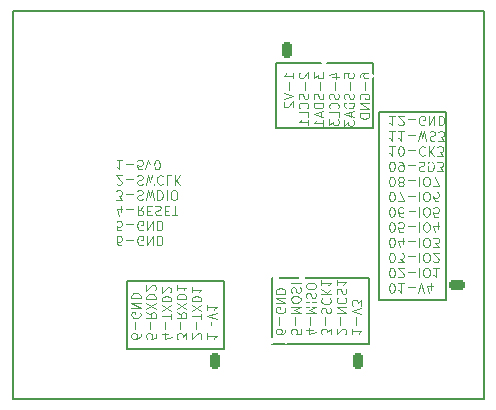
<source format=gbo>
G04 #@! TF.GenerationSoftware,KiCad,Pcbnew,8.0.5*
G04 #@! TF.CreationDate,2024-09-28T14:46:52+05:30*
G04 #@! TF.ProjectId,MKM01V10,4d4b4d30-3156-4313-902e-6b696361645f,1.0*
G04 #@! TF.SameCoordinates,Original*
G04 #@! TF.FileFunction,Legend,Bot*
G04 #@! TF.FilePolarity,Positive*
%FSLAX46Y46*%
G04 Gerber Fmt 4.6, Leading zero omitted, Abs format (unit mm)*
G04 Created by KiCad (PCBNEW 8.0.5) date 2024-09-28 14:46:52*
%MOMM*%
%LPD*%
G01*
G04 APERTURE LIST*
G04 Aperture macros list*
%AMRoundRect*
0 Rectangle with rounded corners*
0 $1 Rounding radius*
0 $2 $3 $4 $5 $6 $7 $8 $9 X,Y pos of 4 corners*
0 Add a 4 corners polygon primitive as box body*
4,1,4,$2,$3,$4,$5,$6,$7,$8,$9,$2,$3,0*
0 Add four circle primitives for the rounded corners*
1,1,$1+$1,$2,$3*
1,1,$1+$1,$4,$5*
1,1,$1+$1,$6,$7*
1,1,$1+$1,$8,$9*
0 Add four rect primitives between the rounded corners*
20,1,$1+$1,$2,$3,$4,$5,0*
20,1,$1+$1,$4,$5,$6,$7,0*
20,1,$1+$1,$6,$7,$8,$9,0*
20,1,$1+$1,$8,$9,$2,$3,0*%
G04 Aperture macros list end*
%ADD10C,0.150000*%
%ADD11C,0.120000*%
%ADD12R,0.850000X0.850000*%
%ADD13O,0.850000X0.850000*%
%ADD14C,3.200000*%
%ADD15RoundRect,0.225000X0.225000X0.475000X-0.225000X0.475000X-0.225000X-0.475000X0.225000X-0.475000X0*%
%ADD16O,0.900000X1.400000*%
%ADD17O,1.550000X0.890000*%
%ADD18O,0.950000X1.250000*%
%ADD19RoundRect,0.225000X-0.225000X-0.475000X0.225000X-0.475000X0.225000X0.475000X-0.225000X0.475000X0*%
%ADD20R,1.070000X1.800000*%
%ADD21O,1.070000X1.800000*%
%ADD22RoundRect,0.225000X0.475000X-0.225000X0.475000X0.225000X-0.475000X0.225000X-0.475000X-0.225000X0*%
%ADD23O,1.400000X0.900000*%
%ADD24C,1.620000*%
%ADD25C,0.500000*%
G04 APERTURE END LIST*
D10*
X43561000Y-30226000D02*
X83439000Y-30226000D01*
X83439000Y-63119000D01*
X43561000Y-63119000D01*
X43561000Y-30226000D01*
D11*
X52733080Y-50092119D02*
X52580699Y-50092119D01*
X52580699Y-50092119D02*
X52504508Y-50054024D01*
X52504508Y-50054024D02*
X52466413Y-50015929D01*
X52466413Y-50015929D02*
X52390223Y-49901643D01*
X52390223Y-49901643D02*
X52352127Y-49749262D01*
X52352127Y-49749262D02*
X52352127Y-49444500D01*
X52352127Y-49444500D02*
X52390223Y-49368310D01*
X52390223Y-49368310D02*
X52428318Y-49330215D01*
X52428318Y-49330215D02*
X52504508Y-49292119D01*
X52504508Y-49292119D02*
X52656889Y-49292119D01*
X52656889Y-49292119D02*
X52733080Y-49330215D01*
X52733080Y-49330215D02*
X52771175Y-49368310D01*
X52771175Y-49368310D02*
X52809270Y-49444500D01*
X52809270Y-49444500D02*
X52809270Y-49634976D01*
X52809270Y-49634976D02*
X52771175Y-49711167D01*
X52771175Y-49711167D02*
X52733080Y-49749262D01*
X52733080Y-49749262D02*
X52656889Y-49787357D01*
X52656889Y-49787357D02*
X52504508Y-49787357D01*
X52504508Y-49787357D02*
X52428318Y-49749262D01*
X52428318Y-49749262D02*
X52390223Y-49711167D01*
X52390223Y-49711167D02*
X52352127Y-49634976D01*
X53152128Y-49596881D02*
X53761652Y-49596881D01*
X54561651Y-50054024D02*
X54485461Y-50092119D01*
X54485461Y-50092119D02*
X54371175Y-50092119D01*
X54371175Y-50092119D02*
X54256889Y-50054024D01*
X54256889Y-50054024D02*
X54180699Y-49977834D01*
X54180699Y-49977834D02*
X54142604Y-49901643D01*
X54142604Y-49901643D02*
X54104508Y-49749262D01*
X54104508Y-49749262D02*
X54104508Y-49634976D01*
X54104508Y-49634976D02*
X54142604Y-49482595D01*
X54142604Y-49482595D02*
X54180699Y-49406405D01*
X54180699Y-49406405D02*
X54256889Y-49330215D01*
X54256889Y-49330215D02*
X54371175Y-49292119D01*
X54371175Y-49292119D02*
X54447366Y-49292119D01*
X54447366Y-49292119D02*
X54561651Y-49330215D01*
X54561651Y-49330215D02*
X54599747Y-49368310D01*
X54599747Y-49368310D02*
X54599747Y-49634976D01*
X54599747Y-49634976D02*
X54447366Y-49634976D01*
X54942604Y-49292119D02*
X54942604Y-50092119D01*
X54942604Y-50092119D02*
X55399747Y-49292119D01*
X55399747Y-49292119D02*
X55399747Y-50092119D01*
X55780699Y-49292119D02*
X55780699Y-50092119D01*
X55780699Y-50092119D02*
X55971175Y-50092119D01*
X55971175Y-50092119D02*
X56085461Y-50054024D01*
X56085461Y-50054024D02*
X56161651Y-49977834D01*
X56161651Y-49977834D02*
X56199746Y-49901643D01*
X56199746Y-49901643D02*
X56237842Y-49749262D01*
X56237842Y-49749262D02*
X56237842Y-49634976D01*
X56237842Y-49634976D02*
X56199746Y-49482595D01*
X56199746Y-49482595D02*
X56161651Y-49406405D01*
X56161651Y-49406405D02*
X56085461Y-49330215D01*
X56085461Y-49330215D02*
X55971175Y-49292119D01*
X55971175Y-49292119D02*
X55780699Y-49292119D01*
X52771175Y-48804164D02*
X52390223Y-48804164D01*
X52390223Y-48804164D02*
X52352127Y-48423212D01*
X52352127Y-48423212D02*
X52390223Y-48461307D01*
X52390223Y-48461307D02*
X52466413Y-48499402D01*
X52466413Y-48499402D02*
X52656889Y-48499402D01*
X52656889Y-48499402D02*
X52733080Y-48461307D01*
X52733080Y-48461307D02*
X52771175Y-48423212D01*
X52771175Y-48423212D02*
X52809270Y-48347021D01*
X52809270Y-48347021D02*
X52809270Y-48156545D01*
X52809270Y-48156545D02*
X52771175Y-48080355D01*
X52771175Y-48080355D02*
X52733080Y-48042260D01*
X52733080Y-48042260D02*
X52656889Y-48004164D01*
X52656889Y-48004164D02*
X52466413Y-48004164D01*
X52466413Y-48004164D02*
X52390223Y-48042260D01*
X52390223Y-48042260D02*
X52352127Y-48080355D01*
X53152128Y-48308926D02*
X53761652Y-48308926D01*
X54561651Y-48766069D02*
X54485461Y-48804164D01*
X54485461Y-48804164D02*
X54371175Y-48804164D01*
X54371175Y-48804164D02*
X54256889Y-48766069D01*
X54256889Y-48766069D02*
X54180699Y-48689879D01*
X54180699Y-48689879D02*
X54142604Y-48613688D01*
X54142604Y-48613688D02*
X54104508Y-48461307D01*
X54104508Y-48461307D02*
X54104508Y-48347021D01*
X54104508Y-48347021D02*
X54142604Y-48194640D01*
X54142604Y-48194640D02*
X54180699Y-48118450D01*
X54180699Y-48118450D02*
X54256889Y-48042260D01*
X54256889Y-48042260D02*
X54371175Y-48004164D01*
X54371175Y-48004164D02*
X54447366Y-48004164D01*
X54447366Y-48004164D02*
X54561651Y-48042260D01*
X54561651Y-48042260D02*
X54599747Y-48080355D01*
X54599747Y-48080355D02*
X54599747Y-48347021D01*
X54599747Y-48347021D02*
X54447366Y-48347021D01*
X54942604Y-48004164D02*
X54942604Y-48804164D01*
X54942604Y-48804164D02*
X55399747Y-48004164D01*
X55399747Y-48004164D02*
X55399747Y-48804164D01*
X55780699Y-48004164D02*
X55780699Y-48804164D01*
X55780699Y-48804164D02*
X55971175Y-48804164D01*
X55971175Y-48804164D02*
X56085461Y-48766069D01*
X56085461Y-48766069D02*
X56161651Y-48689879D01*
X56161651Y-48689879D02*
X56199746Y-48613688D01*
X56199746Y-48613688D02*
X56237842Y-48461307D01*
X56237842Y-48461307D02*
X56237842Y-48347021D01*
X56237842Y-48347021D02*
X56199746Y-48194640D01*
X56199746Y-48194640D02*
X56161651Y-48118450D01*
X56161651Y-48118450D02*
X56085461Y-48042260D01*
X56085461Y-48042260D02*
X55971175Y-48004164D01*
X55971175Y-48004164D02*
X55780699Y-48004164D01*
X52733080Y-47249543D02*
X52733080Y-46716209D01*
X52542604Y-47554305D02*
X52352127Y-46982876D01*
X52352127Y-46982876D02*
X52847366Y-46982876D01*
X53152128Y-47020971D02*
X53761652Y-47020971D01*
X54599747Y-46716209D02*
X54333080Y-47097162D01*
X54142604Y-46716209D02*
X54142604Y-47516209D01*
X54142604Y-47516209D02*
X54447366Y-47516209D01*
X54447366Y-47516209D02*
X54523556Y-47478114D01*
X54523556Y-47478114D02*
X54561651Y-47440019D01*
X54561651Y-47440019D02*
X54599747Y-47363828D01*
X54599747Y-47363828D02*
X54599747Y-47249543D01*
X54599747Y-47249543D02*
X54561651Y-47173352D01*
X54561651Y-47173352D02*
X54523556Y-47135257D01*
X54523556Y-47135257D02*
X54447366Y-47097162D01*
X54447366Y-47097162D02*
X54142604Y-47097162D01*
X54942604Y-47135257D02*
X55209270Y-47135257D01*
X55323556Y-46716209D02*
X54942604Y-46716209D01*
X54942604Y-46716209D02*
X54942604Y-47516209D01*
X54942604Y-47516209D02*
X55323556Y-47516209D01*
X55628318Y-46754305D02*
X55742604Y-46716209D01*
X55742604Y-46716209D02*
X55933080Y-46716209D01*
X55933080Y-46716209D02*
X56009271Y-46754305D01*
X56009271Y-46754305D02*
X56047366Y-46792400D01*
X56047366Y-46792400D02*
X56085461Y-46868590D01*
X56085461Y-46868590D02*
X56085461Y-46944781D01*
X56085461Y-46944781D02*
X56047366Y-47020971D01*
X56047366Y-47020971D02*
X56009271Y-47059066D01*
X56009271Y-47059066D02*
X55933080Y-47097162D01*
X55933080Y-47097162D02*
X55780699Y-47135257D01*
X55780699Y-47135257D02*
X55704509Y-47173352D01*
X55704509Y-47173352D02*
X55666414Y-47211447D01*
X55666414Y-47211447D02*
X55628318Y-47287638D01*
X55628318Y-47287638D02*
X55628318Y-47363828D01*
X55628318Y-47363828D02*
X55666414Y-47440019D01*
X55666414Y-47440019D02*
X55704509Y-47478114D01*
X55704509Y-47478114D02*
X55780699Y-47516209D01*
X55780699Y-47516209D02*
X55971176Y-47516209D01*
X55971176Y-47516209D02*
X56085461Y-47478114D01*
X56428319Y-47135257D02*
X56694985Y-47135257D01*
X56809271Y-46716209D02*
X56428319Y-46716209D01*
X56428319Y-46716209D02*
X56428319Y-47516209D01*
X56428319Y-47516209D02*
X56809271Y-47516209D01*
X57037843Y-47516209D02*
X57494986Y-47516209D01*
X57266414Y-46716209D02*
X57266414Y-47516209D01*
X52314032Y-46228254D02*
X52809270Y-46228254D01*
X52809270Y-46228254D02*
X52542604Y-45923492D01*
X52542604Y-45923492D02*
X52656889Y-45923492D01*
X52656889Y-45923492D02*
X52733080Y-45885397D01*
X52733080Y-45885397D02*
X52771175Y-45847302D01*
X52771175Y-45847302D02*
X52809270Y-45771111D01*
X52809270Y-45771111D02*
X52809270Y-45580635D01*
X52809270Y-45580635D02*
X52771175Y-45504445D01*
X52771175Y-45504445D02*
X52733080Y-45466350D01*
X52733080Y-45466350D02*
X52656889Y-45428254D01*
X52656889Y-45428254D02*
X52428318Y-45428254D01*
X52428318Y-45428254D02*
X52352127Y-45466350D01*
X52352127Y-45466350D02*
X52314032Y-45504445D01*
X53152128Y-45733016D02*
X53761652Y-45733016D01*
X54104508Y-45466350D02*
X54218794Y-45428254D01*
X54218794Y-45428254D02*
X54409270Y-45428254D01*
X54409270Y-45428254D02*
X54485461Y-45466350D01*
X54485461Y-45466350D02*
X54523556Y-45504445D01*
X54523556Y-45504445D02*
X54561651Y-45580635D01*
X54561651Y-45580635D02*
X54561651Y-45656826D01*
X54561651Y-45656826D02*
X54523556Y-45733016D01*
X54523556Y-45733016D02*
X54485461Y-45771111D01*
X54485461Y-45771111D02*
X54409270Y-45809207D01*
X54409270Y-45809207D02*
X54256889Y-45847302D01*
X54256889Y-45847302D02*
X54180699Y-45885397D01*
X54180699Y-45885397D02*
X54142604Y-45923492D01*
X54142604Y-45923492D02*
X54104508Y-45999683D01*
X54104508Y-45999683D02*
X54104508Y-46075873D01*
X54104508Y-46075873D02*
X54142604Y-46152064D01*
X54142604Y-46152064D02*
X54180699Y-46190159D01*
X54180699Y-46190159D02*
X54256889Y-46228254D01*
X54256889Y-46228254D02*
X54447366Y-46228254D01*
X54447366Y-46228254D02*
X54561651Y-46190159D01*
X54828318Y-46228254D02*
X55018794Y-45428254D01*
X55018794Y-45428254D02*
X55171175Y-45999683D01*
X55171175Y-45999683D02*
X55323556Y-45428254D01*
X55323556Y-45428254D02*
X55514033Y-46228254D01*
X55818795Y-45428254D02*
X55818795Y-46228254D01*
X55818795Y-46228254D02*
X56009271Y-46228254D01*
X56009271Y-46228254D02*
X56123557Y-46190159D01*
X56123557Y-46190159D02*
X56199747Y-46113969D01*
X56199747Y-46113969D02*
X56237842Y-46037778D01*
X56237842Y-46037778D02*
X56275938Y-45885397D01*
X56275938Y-45885397D02*
X56275938Y-45771111D01*
X56275938Y-45771111D02*
X56237842Y-45618730D01*
X56237842Y-45618730D02*
X56199747Y-45542540D01*
X56199747Y-45542540D02*
X56123557Y-45466350D01*
X56123557Y-45466350D02*
X56009271Y-45428254D01*
X56009271Y-45428254D02*
X55818795Y-45428254D01*
X56618795Y-45428254D02*
X56618795Y-46228254D01*
X57152128Y-46228254D02*
X57304509Y-46228254D01*
X57304509Y-46228254D02*
X57380699Y-46190159D01*
X57380699Y-46190159D02*
X57456890Y-46113969D01*
X57456890Y-46113969D02*
X57494985Y-45961588D01*
X57494985Y-45961588D02*
X57494985Y-45694921D01*
X57494985Y-45694921D02*
X57456890Y-45542540D01*
X57456890Y-45542540D02*
X57380699Y-45466350D01*
X57380699Y-45466350D02*
X57304509Y-45428254D01*
X57304509Y-45428254D02*
X57152128Y-45428254D01*
X57152128Y-45428254D02*
X57075937Y-45466350D01*
X57075937Y-45466350D02*
X56999747Y-45542540D01*
X56999747Y-45542540D02*
X56961651Y-45694921D01*
X56961651Y-45694921D02*
X56961651Y-45961588D01*
X56961651Y-45961588D02*
X56999747Y-46113969D01*
X56999747Y-46113969D02*
X57075937Y-46190159D01*
X57075937Y-46190159D02*
X57152128Y-46228254D01*
X52352127Y-44864109D02*
X52390223Y-44902204D01*
X52390223Y-44902204D02*
X52466413Y-44940299D01*
X52466413Y-44940299D02*
X52656889Y-44940299D01*
X52656889Y-44940299D02*
X52733080Y-44902204D01*
X52733080Y-44902204D02*
X52771175Y-44864109D01*
X52771175Y-44864109D02*
X52809270Y-44787918D01*
X52809270Y-44787918D02*
X52809270Y-44711728D01*
X52809270Y-44711728D02*
X52771175Y-44597442D01*
X52771175Y-44597442D02*
X52314032Y-44140299D01*
X52314032Y-44140299D02*
X52809270Y-44140299D01*
X53152128Y-44445061D02*
X53761652Y-44445061D01*
X54104508Y-44178395D02*
X54218794Y-44140299D01*
X54218794Y-44140299D02*
X54409270Y-44140299D01*
X54409270Y-44140299D02*
X54485461Y-44178395D01*
X54485461Y-44178395D02*
X54523556Y-44216490D01*
X54523556Y-44216490D02*
X54561651Y-44292680D01*
X54561651Y-44292680D02*
X54561651Y-44368871D01*
X54561651Y-44368871D02*
X54523556Y-44445061D01*
X54523556Y-44445061D02*
X54485461Y-44483156D01*
X54485461Y-44483156D02*
X54409270Y-44521252D01*
X54409270Y-44521252D02*
X54256889Y-44559347D01*
X54256889Y-44559347D02*
X54180699Y-44597442D01*
X54180699Y-44597442D02*
X54142604Y-44635537D01*
X54142604Y-44635537D02*
X54104508Y-44711728D01*
X54104508Y-44711728D02*
X54104508Y-44787918D01*
X54104508Y-44787918D02*
X54142604Y-44864109D01*
X54142604Y-44864109D02*
X54180699Y-44902204D01*
X54180699Y-44902204D02*
X54256889Y-44940299D01*
X54256889Y-44940299D02*
X54447366Y-44940299D01*
X54447366Y-44940299D02*
X54561651Y-44902204D01*
X54828318Y-44940299D02*
X55018794Y-44140299D01*
X55018794Y-44140299D02*
X55171175Y-44711728D01*
X55171175Y-44711728D02*
X55323556Y-44140299D01*
X55323556Y-44140299D02*
X55514033Y-44940299D01*
X56275938Y-44216490D02*
X56237842Y-44178395D01*
X56237842Y-44178395D02*
X56123557Y-44140299D01*
X56123557Y-44140299D02*
X56047366Y-44140299D01*
X56047366Y-44140299D02*
X55933080Y-44178395D01*
X55933080Y-44178395D02*
X55856890Y-44254585D01*
X55856890Y-44254585D02*
X55818795Y-44330775D01*
X55818795Y-44330775D02*
X55780699Y-44483156D01*
X55780699Y-44483156D02*
X55780699Y-44597442D01*
X55780699Y-44597442D02*
X55818795Y-44749823D01*
X55818795Y-44749823D02*
X55856890Y-44826014D01*
X55856890Y-44826014D02*
X55933080Y-44902204D01*
X55933080Y-44902204D02*
X56047366Y-44940299D01*
X56047366Y-44940299D02*
X56123557Y-44940299D01*
X56123557Y-44940299D02*
X56237842Y-44902204D01*
X56237842Y-44902204D02*
X56275938Y-44864109D01*
X56999747Y-44140299D02*
X56618795Y-44140299D01*
X56618795Y-44140299D02*
X56618795Y-44940299D01*
X57266414Y-44140299D02*
X57266414Y-44940299D01*
X57723557Y-44140299D02*
X57380699Y-44597442D01*
X57723557Y-44940299D02*
X57266414Y-44483156D01*
X52809270Y-42852344D02*
X52352127Y-42852344D01*
X52580699Y-42852344D02*
X52580699Y-43652344D01*
X52580699Y-43652344D02*
X52504508Y-43538059D01*
X52504508Y-43538059D02*
X52428318Y-43461868D01*
X52428318Y-43461868D02*
X52352127Y-43423773D01*
X53152128Y-43157106D02*
X53761652Y-43157106D01*
X54523556Y-43652344D02*
X54142604Y-43652344D01*
X54142604Y-43652344D02*
X54104508Y-43271392D01*
X54104508Y-43271392D02*
X54142604Y-43309487D01*
X54142604Y-43309487D02*
X54218794Y-43347582D01*
X54218794Y-43347582D02*
X54409270Y-43347582D01*
X54409270Y-43347582D02*
X54485461Y-43309487D01*
X54485461Y-43309487D02*
X54523556Y-43271392D01*
X54523556Y-43271392D02*
X54561651Y-43195201D01*
X54561651Y-43195201D02*
X54561651Y-43004725D01*
X54561651Y-43004725D02*
X54523556Y-42928535D01*
X54523556Y-42928535D02*
X54485461Y-42890440D01*
X54485461Y-42890440D02*
X54409270Y-42852344D01*
X54409270Y-42852344D02*
X54218794Y-42852344D01*
X54218794Y-42852344D02*
X54142604Y-42890440D01*
X54142604Y-42890440D02*
X54104508Y-42928535D01*
X54790223Y-43652344D02*
X55056890Y-42852344D01*
X55056890Y-42852344D02*
X55323556Y-43652344D01*
X55742604Y-43652344D02*
X55818794Y-43652344D01*
X55818794Y-43652344D02*
X55894985Y-43614249D01*
X55894985Y-43614249D02*
X55933080Y-43576154D01*
X55933080Y-43576154D02*
X55971175Y-43499963D01*
X55971175Y-43499963D02*
X56009270Y-43347582D01*
X56009270Y-43347582D02*
X56009270Y-43157106D01*
X56009270Y-43157106D02*
X55971175Y-43004725D01*
X55971175Y-43004725D02*
X55933080Y-42928535D01*
X55933080Y-42928535D02*
X55894985Y-42890440D01*
X55894985Y-42890440D02*
X55818794Y-42852344D01*
X55818794Y-42852344D02*
X55742604Y-42852344D01*
X55742604Y-42852344D02*
X55666413Y-42890440D01*
X55666413Y-42890440D02*
X55628318Y-42928535D01*
X55628318Y-42928535D02*
X55590223Y-43004725D01*
X55590223Y-43004725D02*
X55552127Y-43157106D01*
X55552127Y-43157106D02*
X55552127Y-43347582D01*
X55552127Y-43347582D02*
X55590223Y-43499963D01*
X55590223Y-43499963D02*
X55628318Y-43576154D01*
X55628318Y-43576154D02*
X55666413Y-43614249D01*
X55666413Y-43614249D02*
X55742604Y-43652344D01*
X72278944Y-57131529D02*
X72278944Y-57588672D01*
X72278944Y-57360100D02*
X73078944Y-57360100D01*
X73078944Y-57360100D02*
X72964659Y-57436291D01*
X72964659Y-57436291D02*
X72888468Y-57512481D01*
X72888468Y-57512481D02*
X72850373Y-57588672D01*
X72583706Y-56788671D02*
X72583706Y-56179148D01*
X73078944Y-55912481D02*
X72278944Y-55645814D01*
X72278944Y-55645814D02*
X73078944Y-55379148D01*
X73078944Y-55188672D02*
X73078944Y-54693434D01*
X73078944Y-54693434D02*
X72774182Y-54960100D01*
X72774182Y-54960100D02*
X72774182Y-54845815D01*
X72774182Y-54845815D02*
X72736087Y-54769624D01*
X72736087Y-54769624D02*
X72697992Y-54731529D01*
X72697992Y-54731529D02*
X72621801Y-54693434D01*
X72621801Y-54693434D02*
X72431325Y-54693434D01*
X72431325Y-54693434D02*
X72355135Y-54731529D01*
X72355135Y-54731529D02*
X72317040Y-54769624D01*
X72317040Y-54769624D02*
X72278944Y-54845815D01*
X72278944Y-54845815D02*
X72278944Y-55074386D01*
X72278944Y-55074386D02*
X72317040Y-55150577D01*
X72317040Y-55150577D02*
X72355135Y-55188672D01*
X71714799Y-57588672D02*
X71752894Y-57550576D01*
X71752894Y-57550576D02*
X71790989Y-57474386D01*
X71790989Y-57474386D02*
X71790989Y-57283910D01*
X71790989Y-57283910D02*
X71752894Y-57207719D01*
X71752894Y-57207719D02*
X71714799Y-57169624D01*
X71714799Y-57169624D02*
X71638608Y-57131529D01*
X71638608Y-57131529D02*
X71562418Y-57131529D01*
X71562418Y-57131529D02*
X71448132Y-57169624D01*
X71448132Y-57169624D02*
X70990989Y-57626767D01*
X70990989Y-57626767D02*
X70990989Y-57131529D01*
X71295751Y-56788671D02*
X71295751Y-56179148D01*
X70990989Y-55798195D02*
X71790989Y-55798195D01*
X71790989Y-55798195D02*
X70990989Y-55341052D01*
X70990989Y-55341052D02*
X71790989Y-55341052D01*
X71067180Y-54502957D02*
X71029085Y-54541053D01*
X71029085Y-54541053D02*
X70990989Y-54655338D01*
X70990989Y-54655338D02*
X70990989Y-54731529D01*
X70990989Y-54731529D02*
X71029085Y-54845815D01*
X71029085Y-54845815D02*
X71105275Y-54922005D01*
X71105275Y-54922005D02*
X71181465Y-54960100D01*
X71181465Y-54960100D02*
X71333846Y-54998196D01*
X71333846Y-54998196D02*
X71448132Y-54998196D01*
X71448132Y-54998196D02*
X71600513Y-54960100D01*
X71600513Y-54960100D02*
X71676704Y-54922005D01*
X71676704Y-54922005D02*
X71752894Y-54845815D01*
X71752894Y-54845815D02*
X71790989Y-54731529D01*
X71790989Y-54731529D02*
X71790989Y-54655338D01*
X71790989Y-54655338D02*
X71752894Y-54541053D01*
X71752894Y-54541053D02*
X71714799Y-54502957D01*
X71029085Y-54198196D02*
X70990989Y-54083910D01*
X70990989Y-54083910D02*
X70990989Y-53893434D01*
X70990989Y-53893434D02*
X71029085Y-53817243D01*
X71029085Y-53817243D02*
X71067180Y-53779148D01*
X71067180Y-53779148D02*
X71143370Y-53741053D01*
X71143370Y-53741053D02*
X71219561Y-53741053D01*
X71219561Y-53741053D02*
X71295751Y-53779148D01*
X71295751Y-53779148D02*
X71333846Y-53817243D01*
X71333846Y-53817243D02*
X71371942Y-53893434D01*
X71371942Y-53893434D02*
X71410037Y-54045815D01*
X71410037Y-54045815D02*
X71448132Y-54122005D01*
X71448132Y-54122005D02*
X71486227Y-54160100D01*
X71486227Y-54160100D02*
X71562418Y-54198196D01*
X71562418Y-54198196D02*
X71638608Y-54198196D01*
X71638608Y-54198196D02*
X71714799Y-54160100D01*
X71714799Y-54160100D02*
X71752894Y-54122005D01*
X71752894Y-54122005D02*
X71790989Y-54045815D01*
X71790989Y-54045815D02*
X71790989Y-53855338D01*
X71790989Y-53855338D02*
X71752894Y-53741053D01*
X70990989Y-52979148D02*
X70990989Y-53436291D01*
X70990989Y-53207719D02*
X71790989Y-53207719D01*
X71790989Y-53207719D02*
X71676704Y-53283910D01*
X71676704Y-53283910D02*
X71600513Y-53360100D01*
X71600513Y-53360100D02*
X71562418Y-53436291D01*
X70503034Y-57626767D02*
X70503034Y-57131529D01*
X70503034Y-57131529D02*
X70198272Y-57398195D01*
X70198272Y-57398195D02*
X70198272Y-57283910D01*
X70198272Y-57283910D02*
X70160177Y-57207719D01*
X70160177Y-57207719D02*
X70122082Y-57169624D01*
X70122082Y-57169624D02*
X70045891Y-57131529D01*
X70045891Y-57131529D02*
X69855415Y-57131529D01*
X69855415Y-57131529D02*
X69779225Y-57169624D01*
X69779225Y-57169624D02*
X69741130Y-57207719D01*
X69741130Y-57207719D02*
X69703034Y-57283910D01*
X69703034Y-57283910D02*
X69703034Y-57512481D01*
X69703034Y-57512481D02*
X69741130Y-57588672D01*
X69741130Y-57588672D02*
X69779225Y-57626767D01*
X70007796Y-56788671D02*
X70007796Y-56179148D01*
X69741130Y-55836291D02*
X69703034Y-55722005D01*
X69703034Y-55722005D02*
X69703034Y-55531529D01*
X69703034Y-55531529D02*
X69741130Y-55455338D01*
X69741130Y-55455338D02*
X69779225Y-55417243D01*
X69779225Y-55417243D02*
X69855415Y-55379148D01*
X69855415Y-55379148D02*
X69931606Y-55379148D01*
X69931606Y-55379148D02*
X70007796Y-55417243D01*
X70007796Y-55417243D02*
X70045891Y-55455338D01*
X70045891Y-55455338D02*
X70083987Y-55531529D01*
X70083987Y-55531529D02*
X70122082Y-55683910D01*
X70122082Y-55683910D02*
X70160177Y-55760100D01*
X70160177Y-55760100D02*
X70198272Y-55798195D01*
X70198272Y-55798195D02*
X70274463Y-55836291D01*
X70274463Y-55836291D02*
X70350653Y-55836291D01*
X70350653Y-55836291D02*
X70426844Y-55798195D01*
X70426844Y-55798195D02*
X70464939Y-55760100D01*
X70464939Y-55760100D02*
X70503034Y-55683910D01*
X70503034Y-55683910D02*
X70503034Y-55493433D01*
X70503034Y-55493433D02*
X70464939Y-55379148D01*
X69779225Y-54579147D02*
X69741130Y-54617243D01*
X69741130Y-54617243D02*
X69703034Y-54731528D01*
X69703034Y-54731528D02*
X69703034Y-54807719D01*
X69703034Y-54807719D02*
X69741130Y-54922005D01*
X69741130Y-54922005D02*
X69817320Y-54998195D01*
X69817320Y-54998195D02*
X69893510Y-55036290D01*
X69893510Y-55036290D02*
X70045891Y-55074386D01*
X70045891Y-55074386D02*
X70160177Y-55074386D01*
X70160177Y-55074386D02*
X70312558Y-55036290D01*
X70312558Y-55036290D02*
X70388749Y-54998195D01*
X70388749Y-54998195D02*
X70464939Y-54922005D01*
X70464939Y-54922005D02*
X70503034Y-54807719D01*
X70503034Y-54807719D02*
X70503034Y-54731528D01*
X70503034Y-54731528D02*
X70464939Y-54617243D01*
X70464939Y-54617243D02*
X70426844Y-54579147D01*
X69703034Y-54236290D02*
X70503034Y-54236290D01*
X69703034Y-53779147D02*
X70160177Y-54122005D01*
X70503034Y-53779147D02*
X70045891Y-54236290D01*
X69703034Y-53017243D02*
X69703034Y-53474386D01*
X69703034Y-53245814D02*
X70503034Y-53245814D01*
X70503034Y-53245814D02*
X70388749Y-53322005D01*
X70388749Y-53322005D02*
X70312558Y-53398195D01*
X70312558Y-53398195D02*
X70274463Y-53474386D01*
X68948413Y-57207719D02*
X68415079Y-57207719D01*
X69253175Y-57398195D02*
X68681746Y-57588672D01*
X68681746Y-57588672D02*
X68681746Y-57093433D01*
X68719841Y-56788671D02*
X68719841Y-56179148D01*
X68415079Y-55798195D02*
X69215079Y-55798195D01*
X69215079Y-55798195D02*
X68643651Y-55531529D01*
X68643651Y-55531529D02*
X69215079Y-55264862D01*
X69215079Y-55264862D02*
X68415079Y-55264862D01*
X68415079Y-54883909D02*
X69215079Y-54883909D01*
X68453175Y-54541053D02*
X68415079Y-54426767D01*
X68415079Y-54426767D02*
X68415079Y-54236291D01*
X68415079Y-54236291D02*
X68453175Y-54160100D01*
X68453175Y-54160100D02*
X68491270Y-54122005D01*
X68491270Y-54122005D02*
X68567460Y-54083910D01*
X68567460Y-54083910D02*
X68643651Y-54083910D01*
X68643651Y-54083910D02*
X68719841Y-54122005D01*
X68719841Y-54122005D02*
X68757936Y-54160100D01*
X68757936Y-54160100D02*
X68796032Y-54236291D01*
X68796032Y-54236291D02*
X68834127Y-54388672D01*
X68834127Y-54388672D02*
X68872222Y-54464862D01*
X68872222Y-54464862D02*
X68910317Y-54502957D01*
X68910317Y-54502957D02*
X68986508Y-54541053D01*
X68986508Y-54541053D02*
X69062698Y-54541053D01*
X69062698Y-54541053D02*
X69138889Y-54502957D01*
X69138889Y-54502957D02*
X69176984Y-54464862D01*
X69176984Y-54464862D02*
X69215079Y-54388672D01*
X69215079Y-54388672D02*
X69215079Y-54198195D01*
X69215079Y-54198195D02*
X69176984Y-54083910D01*
X69215079Y-53588671D02*
X69215079Y-53436290D01*
X69215079Y-53436290D02*
X69176984Y-53360100D01*
X69176984Y-53360100D02*
X69100794Y-53283909D01*
X69100794Y-53283909D02*
X68948413Y-53245814D01*
X68948413Y-53245814D02*
X68681746Y-53245814D01*
X68681746Y-53245814D02*
X68529365Y-53283909D01*
X68529365Y-53283909D02*
X68453175Y-53360100D01*
X68453175Y-53360100D02*
X68415079Y-53436290D01*
X68415079Y-53436290D02*
X68415079Y-53588671D01*
X68415079Y-53588671D02*
X68453175Y-53664862D01*
X68453175Y-53664862D02*
X68529365Y-53741052D01*
X68529365Y-53741052D02*
X68681746Y-53779148D01*
X68681746Y-53779148D02*
X68948413Y-53779148D01*
X68948413Y-53779148D02*
X69100794Y-53741052D01*
X69100794Y-53741052D02*
X69176984Y-53664862D01*
X69176984Y-53664862D02*
X69215079Y-53588671D01*
X67927124Y-57169624D02*
X67927124Y-57550576D01*
X67927124Y-57550576D02*
X67546172Y-57588672D01*
X67546172Y-57588672D02*
X67584267Y-57550576D01*
X67584267Y-57550576D02*
X67622362Y-57474386D01*
X67622362Y-57474386D02*
X67622362Y-57283910D01*
X67622362Y-57283910D02*
X67584267Y-57207719D01*
X67584267Y-57207719D02*
X67546172Y-57169624D01*
X67546172Y-57169624D02*
X67469981Y-57131529D01*
X67469981Y-57131529D02*
X67279505Y-57131529D01*
X67279505Y-57131529D02*
X67203315Y-57169624D01*
X67203315Y-57169624D02*
X67165220Y-57207719D01*
X67165220Y-57207719D02*
X67127124Y-57283910D01*
X67127124Y-57283910D02*
X67127124Y-57474386D01*
X67127124Y-57474386D02*
X67165220Y-57550576D01*
X67165220Y-57550576D02*
X67203315Y-57588672D01*
X67431886Y-56788671D02*
X67431886Y-56179148D01*
X67127124Y-55798195D02*
X67927124Y-55798195D01*
X67927124Y-55798195D02*
X67355696Y-55531529D01*
X67355696Y-55531529D02*
X67927124Y-55264862D01*
X67927124Y-55264862D02*
X67127124Y-55264862D01*
X67927124Y-54731528D02*
X67927124Y-54579147D01*
X67927124Y-54579147D02*
X67889029Y-54502957D01*
X67889029Y-54502957D02*
X67812839Y-54426766D01*
X67812839Y-54426766D02*
X67660458Y-54388671D01*
X67660458Y-54388671D02*
X67393791Y-54388671D01*
X67393791Y-54388671D02*
X67241410Y-54426766D01*
X67241410Y-54426766D02*
X67165220Y-54502957D01*
X67165220Y-54502957D02*
X67127124Y-54579147D01*
X67127124Y-54579147D02*
X67127124Y-54731528D01*
X67127124Y-54731528D02*
X67165220Y-54807719D01*
X67165220Y-54807719D02*
X67241410Y-54883909D01*
X67241410Y-54883909D02*
X67393791Y-54922005D01*
X67393791Y-54922005D02*
X67660458Y-54922005D01*
X67660458Y-54922005D02*
X67812839Y-54883909D01*
X67812839Y-54883909D02*
X67889029Y-54807719D01*
X67889029Y-54807719D02*
X67927124Y-54731528D01*
X67165220Y-54083910D02*
X67127124Y-53969624D01*
X67127124Y-53969624D02*
X67127124Y-53779148D01*
X67127124Y-53779148D02*
X67165220Y-53702957D01*
X67165220Y-53702957D02*
X67203315Y-53664862D01*
X67203315Y-53664862D02*
X67279505Y-53626767D01*
X67279505Y-53626767D02*
X67355696Y-53626767D01*
X67355696Y-53626767D02*
X67431886Y-53664862D01*
X67431886Y-53664862D02*
X67469981Y-53702957D01*
X67469981Y-53702957D02*
X67508077Y-53779148D01*
X67508077Y-53779148D02*
X67546172Y-53931529D01*
X67546172Y-53931529D02*
X67584267Y-54007719D01*
X67584267Y-54007719D02*
X67622362Y-54045814D01*
X67622362Y-54045814D02*
X67698553Y-54083910D01*
X67698553Y-54083910D02*
X67774743Y-54083910D01*
X67774743Y-54083910D02*
X67850934Y-54045814D01*
X67850934Y-54045814D02*
X67889029Y-54007719D01*
X67889029Y-54007719D02*
X67927124Y-53931529D01*
X67927124Y-53931529D02*
X67927124Y-53741052D01*
X67927124Y-53741052D02*
X67889029Y-53626767D01*
X67127124Y-53283909D02*
X67927124Y-53283909D01*
X66639169Y-57207719D02*
X66639169Y-57360100D01*
X66639169Y-57360100D02*
X66601074Y-57436291D01*
X66601074Y-57436291D02*
X66562979Y-57474386D01*
X66562979Y-57474386D02*
X66448693Y-57550576D01*
X66448693Y-57550576D02*
X66296312Y-57588672D01*
X66296312Y-57588672D02*
X65991550Y-57588672D01*
X65991550Y-57588672D02*
X65915360Y-57550576D01*
X65915360Y-57550576D02*
X65877265Y-57512481D01*
X65877265Y-57512481D02*
X65839169Y-57436291D01*
X65839169Y-57436291D02*
X65839169Y-57283910D01*
X65839169Y-57283910D02*
X65877265Y-57207719D01*
X65877265Y-57207719D02*
X65915360Y-57169624D01*
X65915360Y-57169624D02*
X65991550Y-57131529D01*
X65991550Y-57131529D02*
X66182026Y-57131529D01*
X66182026Y-57131529D02*
X66258217Y-57169624D01*
X66258217Y-57169624D02*
X66296312Y-57207719D01*
X66296312Y-57207719D02*
X66334407Y-57283910D01*
X66334407Y-57283910D02*
X66334407Y-57436291D01*
X66334407Y-57436291D02*
X66296312Y-57512481D01*
X66296312Y-57512481D02*
X66258217Y-57550576D01*
X66258217Y-57550576D02*
X66182026Y-57588672D01*
X66143931Y-56788671D02*
X66143931Y-56179148D01*
X66601074Y-55379148D02*
X66639169Y-55455338D01*
X66639169Y-55455338D02*
X66639169Y-55569624D01*
X66639169Y-55569624D02*
X66601074Y-55683910D01*
X66601074Y-55683910D02*
X66524884Y-55760100D01*
X66524884Y-55760100D02*
X66448693Y-55798195D01*
X66448693Y-55798195D02*
X66296312Y-55836291D01*
X66296312Y-55836291D02*
X66182026Y-55836291D01*
X66182026Y-55836291D02*
X66029645Y-55798195D01*
X66029645Y-55798195D02*
X65953455Y-55760100D01*
X65953455Y-55760100D02*
X65877265Y-55683910D01*
X65877265Y-55683910D02*
X65839169Y-55569624D01*
X65839169Y-55569624D02*
X65839169Y-55493433D01*
X65839169Y-55493433D02*
X65877265Y-55379148D01*
X65877265Y-55379148D02*
X65915360Y-55341052D01*
X65915360Y-55341052D02*
X66182026Y-55341052D01*
X66182026Y-55341052D02*
X66182026Y-55493433D01*
X65839169Y-54998195D02*
X66639169Y-54998195D01*
X66639169Y-54998195D02*
X65839169Y-54541052D01*
X65839169Y-54541052D02*
X66639169Y-54541052D01*
X65839169Y-54160100D02*
X66639169Y-54160100D01*
X66639169Y-54160100D02*
X66639169Y-53969624D01*
X66639169Y-53969624D02*
X66601074Y-53855338D01*
X66601074Y-53855338D02*
X66524884Y-53779148D01*
X66524884Y-53779148D02*
X66448693Y-53741053D01*
X66448693Y-53741053D02*
X66296312Y-53702957D01*
X66296312Y-53702957D02*
X66182026Y-53702957D01*
X66182026Y-53702957D02*
X66029645Y-53741053D01*
X66029645Y-53741053D02*
X65953455Y-53779148D01*
X65953455Y-53779148D02*
X65877265Y-53855338D01*
X65877265Y-53855338D02*
X65839169Y-53969624D01*
X65839169Y-53969624D02*
X65839169Y-54160100D01*
D10*
X73710800Y-52806600D02*
X65481200Y-52806600D01*
X65481200Y-58420000D01*
X73710800Y-58420000D01*
X73710800Y-52806600D01*
D11*
X67294055Y-35934070D02*
X67294055Y-35476927D01*
X67294055Y-35705499D02*
X66494055Y-35705499D01*
X66494055Y-35705499D02*
X66608340Y-35629308D01*
X66608340Y-35629308D02*
X66684531Y-35553118D01*
X66684531Y-35553118D02*
X66722626Y-35476927D01*
X66989293Y-36276928D02*
X66989293Y-36886452D01*
X66494055Y-37153118D02*
X67294055Y-37419785D01*
X67294055Y-37419785D02*
X66494055Y-37686451D01*
X66570245Y-37915022D02*
X66532150Y-37953118D01*
X66532150Y-37953118D02*
X66494055Y-38029308D01*
X66494055Y-38029308D02*
X66494055Y-38219784D01*
X66494055Y-38219784D02*
X66532150Y-38295975D01*
X66532150Y-38295975D02*
X66570245Y-38334070D01*
X66570245Y-38334070D02*
X66646436Y-38372165D01*
X66646436Y-38372165D02*
X66722626Y-38372165D01*
X66722626Y-38372165D02*
X66836912Y-38334070D01*
X66836912Y-38334070D02*
X67294055Y-37876927D01*
X67294055Y-37876927D02*
X67294055Y-38372165D01*
X67858200Y-35476927D02*
X67820105Y-35515023D01*
X67820105Y-35515023D02*
X67782010Y-35591213D01*
X67782010Y-35591213D02*
X67782010Y-35781689D01*
X67782010Y-35781689D02*
X67820105Y-35857880D01*
X67820105Y-35857880D02*
X67858200Y-35895975D01*
X67858200Y-35895975D02*
X67934391Y-35934070D01*
X67934391Y-35934070D02*
X68010581Y-35934070D01*
X68010581Y-35934070D02*
X68124867Y-35895975D01*
X68124867Y-35895975D02*
X68582010Y-35438832D01*
X68582010Y-35438832D02*
X68582010Y-35934070D01*
X68277248Y-36276928D02*
X68277248Y-36886452D01*
X68543915Y-37229308D02*
X68582010Y-37343594D01*
X68582010Y-37343594D02*
X68582010Y-37534070D01*
X68582010Y-37534070D02*
X68543915Y-37610261D01*
X68543915Y-37610261D02*
X68505819Y-37648356D01*
X68505819Y-37648356D02*
X68429629Y-37686451D01*
X68429629Y-37686451D02*
X68353438Y-37686451D01*
X68353438Y-37686451D02*
X68277248Y-37648356D01*
X68277248Y-37648356D02*
X68239153Y-37610261D01*
X68239153Y-37610261D02*
X68201057Y-37534070D01*
X68201057Y-37534070D02*
X68162962Y-37381689D01*
X68162962Y-37381689D02*
X68124867Y-37305499D01*
X68124867Y-37305499D02*
X68086772Y-37267404D01*
X68086772Y-37267404D02*
X68010581Y-37229308D01*
X68010581Y-37229308D02*
X67934391Y-37229308D01*
X67934391Y-37229308D02*
X67858200Y-37267404D01*
X67858200Y-37267404D02*
X67820105Y-37305499D01*
X67820105Y-37305499D02*
X67782010Y-37381689D01*
X67782010Y-37381689D02*
X67782010Y-37572166D01*
X67782010Y-37572166D02*
X67820105Y-37686451D01*
X68505819Y-38486452D02*
X68543915Y-38448356D01*
X68543915Y-38448356D02*
X68582010Y-38334071D01*
X68582010Y-38334071D02*
X68582010Y-38257880D01*
X68582010Y-38257880D02*
X68543915Y-38143594D01*
X68543915Y-38143594D02*
X68467724Y-38067404D01*
X68467724Y-38067404D02*
X68391534Y-38029309D01*
X68391534Y-38029309D02*
X68239153Y-37991213D01*
X68239153Y-37991213D02*
X68124867Y-37991213D01*
X68124867Y-37991213D02*
X67972486Y-38029309D01*
X67972486Y-38029309D02*
X67896295Y-38067404D01*
X67896295Y-38067404D02*
X67820105Y-38143594D01*
X67820105Y-38143594D02*
X67782010Y-38257880D01*
X67782010Y-38257880D02*
X67782010Y-38334071D01*
X67782010Y-38334071D02*
X67820105Y-38448356D01*
X67820105Y-38448356D02*
X67858200Y-38486452D01*
X68582010Y-39210261D02*
X68582010Y-38829309D01*
X68582010Y-38829309D02*
X67782010Y-38829309D01*
X68582010Y-39895975D02*
X68582010Y-39438832D01*
X68582010Y-39667404D02*
X67782010Y-39667404D01*
X67782010Y-39667404D02*
X67896295Y-39591213D01*
X67896295Y-39591213D02*
X67972486Y-39515023D01*
X67972486Y-39515023D02*
X68010581Y-39438832D01*
X69069965Y-35438832D02*
X69069965Y-35934070D01*
X69069965Y-35934070D02*
X69374727Y-35667404D01*
X69374727Y-35667404D02*
X69374727Y-35781689D01*
X69374727Y-35781689D02*
X69412822Y-35857880D01*
X69412822Y-35857880D02*
X69450917Y-35895975D01*
X69450917Y-35895975D02*
X69527108Y-35934070D01*
X69527108Y-35934070D02*
X69717584Y-35934070D01*
X69717584Y-35934070D02*
X69793774Y-35895975D01*
X69793774Y-35895975D02*
X69831870Y-35857880D01*
X69831870Y-35857880D02*
X69869965Y-35781689D01*
X69869965Y-35781689D02*
X69869965Y-35553118D01*
X69869965Y-35553118D02*
X69831870Y-35476927D01*
X69831870Y-35476927D02*
X69793774Y-35438832D01*
X69565203Y-36276928D02*
X69565203Y-36886452D01*
X69831870Y-37229308D02*
X69869965Y-37343594D01*
X69869965Y-37343594D02*
X69869965Y-37534070D01*
X69869965Y-37534070D02*
X69831870Y-37610261D01*
X69831870Y-37610261D02*
X69793774Y-37648356D01*
X69793774Y-37648356D02*
X69717584Y-37686451D01*
X69717584Y-37686451D02*
X69641393Y-37686451D01*
X69641393Y-37686451D02*
X69565203Y-37648356D01*
X69565203Y-37648356D02*
X69527108Y-37610261D01*
X69527108Y-37610261D02*
X69489012Y-37534070D01*
X69489012Y-37534070D02*
X69450917Y-37381689D01*
X69450917Y-37381689D02*
X69412822Y-37305499D01*
X69412822Y-37305499D02*
X69374727Y-37267404D01*
X69374727Y-37267404D02*
X69298536Y-37229308D01*
X69298536Y-37229308D02*
X69222346Y-37229308D01*
X69222346Y-37229308D02*
X69146155Y-37267404D01*
X69146155Y-37267404D02*
X69108060Y-37305499D01*
X69108060Y-37305499D02*
X69069965Y-37381689D01*
X69069965Y-37381689D02*
X69069965Y-37572166D01*
X69069965Y-37572166D02*
X69108060Y-37686451D01*
X69869965Y-38029309D02*
X69069965Y-38029309D01*
X69069965Y-38029309D02*
X69069965Y-38219785D01*
X69069965Y-38219785D02*
X69108060Y-38334071D01*
X69108060Y-38334071D02*
X69184250Y-38410261D01*
X69184250Y-38410261D02*
X69260441Y-38448356D01*
X69260441Y-38448356D02*
X69412822Y-38486452D01*
X69412822Y-38486452D02*
X69527108Y-38486452D01*
X69527108Y-38486452D02*
X69679489Y-38448356D01*
X69679489Y-38448356D02*
X69755679Y-38410261D01*
X69755679Y-38410261D02*
X69831870Y-38334071D01*
X69831870Y-38334071D02*
X69869965Y-38219785D01*
X69869965Y-38219785D02*
X69869965Y-38029309D01*
X69641393Y-38791213D02*
X69641393Y-39172166D01*
X69869965Y-38715023D02*
X69069965Y-38981690D01*
X69069965Y-38981690D02*
X69869965Y-39248356D01*
X69869965Y-39934070D02*
X69869965Y-39476927D01*
X69869965Y-39705499D02*
X69069965Y-39705499D01*
X69069965Y-39705499D02*
X69184250Y-39629308D01*
X69184250Y-39629308D02*
X69260441Y-39553118D01*
X69260441Y-39553118D02*
X69298536Y-39476927D01*
X70624586Y-35857880D02*
X71157920Y-35857880D01*
X70319825Y-35667404D02*
X70891253Y-35476927D01*
X70891253Y-35476927D02*
X70891253Y-35972166D01*
X70853158Y-36276928D02*
X70853158Y-36886452D01*
X71119825Y-37229308D02*
X71157920Y-37343594D01*
X71157920Y-37343594D02*
X71157920Y-37534070D01*
X71157920Y-37534070D02*
X71119825Y-37610261D01*
X71119825Y-37610261D02*
X71081729Y-37648356D01*
X71081729Y-37648356D02*
X71005539Y-37686451D01*
X71005539Y-37686451D02*
X70929348Y-37686451D01*
X70929348Y-37686451D02*
X70853158Y-37648356D01*
X70853158Y-37648356D02*
X70815063Y-37610261D01*
X70815063Y-37610261D02*
X70776967Y-37534070D01*
X70776967Y-37534070D02*
X70738872Y-37381689D01*
X70738872Y-37381689D02*
X70700777Y-37305499D01*
X70700777Y-37305499D02*
X70662682Y-37267404D01*
X70662682Y-37267404D02*
X70586491Y-37229308D01*
X70586491Y-37229308D02*
X70510301Y-37229308D01*
X70510301Y-37229308D02*
X70434110Y-37267404D01*
X70434110Y-37267404D02*
X70396015Y-37305499D01*
X70396015Y-37305499D02*
X70357920Y-37381689D01*
X70357920Y-37381689D02*
X70357920Y-37572166D01*
X70357920Y-37572166D02*
X70396015Y-37686451D01*
X71081729Y-38486452D02*
X71119825Y-38448356D01*
X71119825Y-38448356D02*
X71157920Y-38334071D01*
X71157920Y-38334071D02*
X71157920Y-38257880D01*
X71157920Y-38257880D02*
X71119825Y-38143594D01*
X71119825Y-38143594D02*
X71043634Y-38067404D01*
X71043634Y-38067404D02*
X70967444Y-38029309D01*
X70967444Y-38029309D02*
X70815063Y-37991213D01*
X70815063Y-37991213D02*
X70700777Y-37991213D01*
X70700777Y-37991213D02*
X70548396Y-38029309D01*
X70548396Y-38029309D02*
X70472205Y-38067404D01*
X70472205Y-38067404D02*
X70396015Y-38143594D01*
X70396015Y-38143594D02*
X70357920Y-38257880D01*
X70357920Y-38257880D02*
X70357920Y-38334071D01*
X70357920Y-38334071D02*
X70396015Y-38448356D01*
X70396015Y-38448356D02*
X70434110Y-38486452D01*
X71157920Y-39210261D02*
X71157920Y-38829309D01*
X71157920Y-38829309D02*
X70357920Y-38829309D01*
X70357920Y-39400737D02*
X70357920Y-39895975D01*
X70357920Y-39895975D02*
X70662682Y-39629309D01*
X70662682Y-39629309D02*
X70662682Y-39743594D01*
X70662682Y-39743594D02*
X70700777Y-39819785D01*
X70700777Y-39819785D02*
X70738872Y-39857880D01*
X70738872Y-39857880D02*
X70815063Y-39895975D01*
X70815063Y-39895975D02*
X71005539Y-39895975D01*
X71005539Y-39895975D02*
X71081729Y-39857880D01*
X71081729Y-39857880D02*
X71119825Y-39819785D01*
X71119825Y-39819785D02*
X71157920Y-39743594D01*
X71157920Y-39743594D02*
X71157920Y-39515023D01*
X71157920Y-39515023D02*
X71119825Y-39438832D01*
X71119825Y-39438832D02*
X71081729Y-39400737D01*
X71645875Y-35895975D02*
X71645875Y-35515023D01*
X71645875Y-35515023D02*
X72026827Y-35476927D01*
X72026827Y-35476927D02*
X71988732Y-35515023D01*
X71988732Y-35515023D02*
X71950637Y-35591213D01*
X71950637Y-35591213D02*
X71950637Y-35781689D01*
X71950637Y-35781689D02*
X71988732Y-35857880D01*
X71988732Y-35857880D02*
X72026827Y-35895975D01*
X72026827Y-35895975D02*
X72103018Y-35934070D01*
X72103018Y-35934070D02*
X72293494Y-35934070D01*
X72293494Y-35934070D02*
X72369684Y-35895975D01*
X72369684Y-35895975D02*
X72407780Y-35857880D01*
X72407780Y-35857880D02*
X72445875Y-35781689D01*
X72445875Y-35781689D02*
X72445875Y-35591213D01*
X72445875Y-35591213D02*
X72407780Y-35515023D01*
X72407780Y-35515023D02*
X72369684Y-35476927D01*
X72141113Y-36276928D02*
X72141113Y-36886452D01*
X72407780Y-37229308D02*
X72445875Y-37343594D01*
X72445875Y-37343594D02*
X72445875Y-37534070D01*
X72445875Y-37534070D02*
X72407780Y-37610261D01*
X72407780Y-37610261D02*
X72369684Y-37648356D01*
X72369684Y-37648356D02*
X72293494Y-37686451D01*
X72293494Y-37686451D02*
X72217303Y-37686451D01*
X72217303Y-37686451D02*
X72141113Y-37648356D01*
X72141113Y-37648356D02*
X72103018Y-37610261D01*
X72103018Y-37610261D02*
X72064922Y-37534070D01*
X72064922Y-37534070D02*
X72026827Y-37381689D01*
X72026827Y-37381689D02*
X71988732Y-37305499D01*
X71988732Y-37305499D02*
X71950637Y-37267404D01*
X71950637Y-37267404D02*
X71874446Y-37229308D01*
X71874446Y-37229308D02*
X71798256Y-37229308D01*
X71798256Y-37229308D02*
X71722065Y-37267404D01*
X71722065Y-37267404D02*
X71683970Y-37305499D01*
X71683970Y-37305499D02*
X71645875Y-37381689D01*
X71645875Y-37381689D02*
X71645875Y-37572166D01*
X71645875Y-37572166D02*
X71683970Y-37686451D01*
X72445875Y-38029309D02*
X71645875Y-38029309D01*
X71645875Y-38029309D02*
X71645875Y-38219785D01*
X71645875Y-38219785D02*
X71683970Y-38334071D01*
X71683970Y-38334071D02*
X71760160Y-38410261D01*
X71760160Y-38410261D02*
X71836351Y-38448356D01*
X71836351Y-38448356D02*
X71988732Y-38486452D01*
X71988732Y-38486452D02*
X72103018Y-38486452D01*
X72103018Y-38486452D02*
X72255399Y-38448356D01*
X72255399Y-38448356D02*
X72331589Y-38410261D01*
X72331589Y-38410261D02*
X72407780Y-38334071D01*
X72407780Y-38334071D02*
X72445875Y-38219785D01*
X72445875Y-38219785D02*
X72445875Y-38029309D01*
X72217303Y-38791213D02*
X72217303Y-39172166D01*
X72445875Y-38715023D02*
X71645875Y-38981690D01*
X71645875Y-38981690D02*
X72445875Y-39248356D01*
X71645875Y-39438832D02*
X71645875Y-39934070D01*
X71645875Y-39934070D02*
X71950637Y-39667404D01*
X71950637Y-39667404D02*
X71950637Y-39781689D01*
X71950637Y-39781689D02*
X71988732Y-39857880D01*
X71988732Y-39857880D02*
X72026827Y-39895975D01*
X72026827Y-39895975D02*
X72103018Y-39934070D01*
X72103018Y-39934070D02*
X72293494Y-39934070D01*
X72293494Y-39934070D02*
X72369684Y-39895975D01*
X72369684Y-39895975D02*
X72407780Y-39857880D01*
X72407780Y-39857880D02*
X72445875Y-39781689D01*
X72445875Y-39781689D02*
X72445875Y-39553118D01*
X72445875Y-39553118D02*
X72407780Y-39476927D01*
X72407780Y-39476927D02*
X72369684Y-39438832D01*
X72933830Y-35857880D02*
X72933830Y-35705499D01*
X72933830Y-35705499D02*
X72971925Y-35629308D01*
X72971925Y-35629308D02*
X73010020Y-35591213D01*
X73010020Y-35591213D02*
X73124306Y-35515023D01*
X73124306Y-35515023D02*
X73276687Y-35476927D01*
X73276687Y-35476927D02*
X73581449Y-35476927D01*
X73581449Y-35476927D02*
X73657639Y-35515023D01*
X73657639Y-35515023D02*
X73695735Y-35553118D01*
X73695735Y-35553118D02*
X73733830Y-35629308D01*
X73733830Y-35629308D02*
X73733830Y-35781689D01*
X73733830Y-35781689D02*
X73695735Y-35857880D01*
X73695735Y-35857880D02*
X73657639Y-35895975D01*
X73657639Y-35895975D02*
X73581449Y-35934070D01*
X73581449Y-35934070D02*
X73390973Y-35934070D01*
X73390973Y-35934070D02*
X73314782Y-35895975D01*
X73314782Y-35895975D02*
X73276687Y-35857880D01*
X73276687Y-35857880D02*
X73238592Y-35781689D01*
X73238592Y-35781689D02*
X73238592Y-35629308D01*
X73238592Y-35629308D02*
X73276687Y-35553118D01*
X73276687Y-35553118D02*
X73314782Y-35515023D01*
X73314782Y-35515023D02*
X73390973Y-35476927D01*
X73429068Y-36276928D02*
X73429068Y-36886452D01*
X72971925Y-37686451D02*
X72933830Y-37610261D01*
X72933830Y-37610261D02*
X72933830Y-37495975D01*
X72933830Y-37495975D02*
X72971925Y-37381689D01*
X72971925Y-37381689D02*
X73048115Y-37305499D01*
X73048115Y-37305499D02*
X73124306Y-37267404D01*
X73124306Y-37267404D02*
X73276687Y-37229308D01*
X73276687Y-37229308D02*
X73390973Y-37229308D01*
X73390973Y-37229308D02*
X73543354Y-37267404D01*
X73543354Y-37267404D02*
X73619544Y-37305499D01*
X73619544Y-37305499D02*
X73695735Y-37381689D01*
X73695735Y-37381689D02*
X73733830Y-37495975D01*
X73733830Y-37495975D02*
X73733830Y-37572166D01*
X73733830Y-37572166D02*
X73695735Y-37686451D01*
X73695735Y-37686451D02*
X73657639Y-37724547D01*
X73657639Y-37724547D02*
X73390973Y-37724547D01*
X73390973Y-37724547D02*
X73390973Y-37572166D01*
X73733830Y-38067404D02*
X72933830Y-38067404D01*
X72933830Y-38067404D02*
X73733830Y-38524547D01*
X73733830Y-38524547D02*
X72933830Y-38524547D01*
X73733830Y-38905499D02*
X72933830Y-38905499D01*
X72933830Y-38905499D02*
X72933830Y-39095975D01*
X72933830Y-39095975D02*
X72971925Y-39210261D01*
X72971925Y-39210261D02*
X73048115Y-39286451D01*
X73048115Y-39286451D02*
X73124306Y-39324546D01*
X73124306Y-39324546D02*
X73276687Y-39362642D01*
X73276687Y-39362642D02*
X73390973Y-39362642D01*
X73390973Y-39362642D02*
X73543354Y-39324546D01*
X73543354Y-39324546D02*
X73619544Y-39286451D01*
X73619544Y-39286451D02*
X73695735Y-39210261D01*
X73695735Y-39210261D02*
X73733830Y-39095975D01*
X73733830Y-39095975D02*
X73733830Y-38905499D01*
D10*
X65862200Y-40132000D02*
X74091799Y-40132000D01*
X74091799Y-34645600D01*
X65862200Y-34645600D01*
X65862200Y-40132000D01*
D11*
X75621604Y-54085144D02*
X75697794Y-54085144D01*
X75697794Y-54085144D02*
X75773985Y-54047049D01*
X75773985Y-54047049D02*
X75812080Y-54008954D01*
X75812080Y-54008954D02*
X75850175Y-53932763D01*
X75850175Y-53932763D02*
X75888270Y-53780382D01*
X75888270Y-53780382D02*
X75888270Y-53589906D01*
X75888270Y-53589906D02*
X75850175Y-53437525D01*
X75850175Y-53437525D02*
X75812080Y-53361335D01*
X75812080Y-53361335D02*
X75773985Y-53323240D01*
X75773985Y-53323240D02*
X75697794Y-53285144D01*
X75697794Y-53285144D02*
X75621604Y-53285144D01*
X75621604Y-53285144D02*
X75545413Y-53323240D01*
X75545413Y-53323240D02*
X75507318Y-53361335D01*
X75507318Y-53361335D02*
X75469223Y-53437525D01*
X75469223Y-53437525D02*
X75431127Y-53589906D01*
X75431127Y-53589906D02*
X75431127Y-53780382D01*
X75431127Y-53780382D02*
X75469223Y-53932763D01*
X75469223Y-53932763D02*
X75507318Y-54008954D01*
X75507318Y-54008954D02*
X75545413Y-54047049D01*
X75545413Y-54047049D02*
X75621604Y-54085144D01*
X76650175Y-53285144D02*
X76193032Y-53285144D01*
X76421604Y-53285144D02*
X76421604Y-54085144D01*
X76421604Y-54085144D02*
X76345413Y-53970859D01*
X76345413Y-53970859D02*
X76269223Y-53894668D01*
X76269223Y-53894668D02*
X76193032Y-53856573D01*
X76993033Y-53589906D02*
X77602557Y-53589906D01*
X77869223Y-54085144D02*
X78135890Y-53285144D01*
X78135890Y-53285144D02*
X78402556Y-54085144D01*
X79012080Y-53818478D02*
X79012080Y-53285144D01*
X78821604Y-54123240D02*
X78631127Y-53551811D01*
X78631127Y-53551811D02*
X79126366Y-53551811D01*
X75621604Y-52797189D02*
X75697794Y-52797189D01*
X75697794Y-52797189D02*
X75773985Y-52759094D01*
X75773985Y-52759094D02*
X75812080Y-52720999D01*
X75812080Y-52720999D02*
X75850175Y-52644808D01*
X75850175Y-52644808D02*
X75888270Y-52492427D01*
X75888270Y-52492427D02*
X75888270Y-52301951D01*
X75888270Y-52301951D02*
X75850175Y-52149570D01*
X75850175Y-52149570D02*
X75812080Y-52073380D01*
X75812080Y-52073380D02*
X75773985Y-52035285D01*
X75773985Y-52035285D02*
X75697794Y-51997189D01*
X75697794Y-51997189D02*
X75621604Y-51997189D01*
X75621604Y-51997189D02*
X75545413Y-52035285D01*
X75545413Y-52035285D02*
X75507318Y-52073380D01*
X75507318Y-52073380D02*
X75469223Y-52149570D01*
X75469223Y-52149570D02*
X75431127Y-52301951D01*
X75431127Y-52301951D02*
X75431127Y-52492427D01*
X75431127Y-52492427D02*
X75469223Y-52644808D01*
X75469223Y-52644808D02*
X75507318Y-52720999D01*
X75507318Y-52720999D02*
X75545413Y-52759094D01*
X75545413Y-52759094D02*
X75621604Y-52797189D01*
X76193032Y-52720999D02*
X76231128Y-52759094D01*
X76231128Y-52759094D02*
X76307318Y-52797189D01*
X76307318Y-52797189D02*
X76497794Y-52797189D01*
X76497794Y-52797189D02*
X76573985Y-52759094D01*
X76573985Y-52759094D02*
X76612080Y-52720999D01*
X76612080Y-52720999D02*
X76650175Y-52644808D01*
X76650175Y-52644808D02*
X76650175Y-52568618D01*
X76650175Y-52568618D02*
X76612080Y-52454332D01*
X76612080Y-52454332D02*
X76154937Y-51997189D01*
X76154937Y-51997189D02*
X76650175Y-51997189D01*
X76993033Y-52301951D02*
X77602557Y-52301951D01*
X77983509Y-51997189D02*
X77983509Y-52797189D01*
X78516842Y-52797189D02*
X78669223Y-52797189D01*
X78669223Y-52797189D02*
X78745413Y-52759094D01*
X78745413Y-52759094D02*
X78821604Y-52682904D01*
X78821604Y-52682904D02*
X78859699Y-52530523D01*
X78859699Y-52530523D02*
X78859699Y-52263856D01*
X78859699Y-52263856D02*
X78821604Y-52111475D01*
X78821604Y-52111475D02*
X78745413Y-52035285D01*
X78745413Y-52035285D02*
X78669223Y-51997189D01*
X78669223Y-51997189D02*
X78516842Y-51997189D01*
X78516842Y-51997189D02*
X78440651Y-52035285D01*
X78440651Y-52035285D02*
X78364461Y-52111475D01*
X78364461Y-52111475D02*
X78326365Y-52263856D01*
X78326365Y-52263856D02*
X78326365Y-52530523D01*
X78326365Y-52530523D02*
X78364461Y-52682904D01*
X78364461Y-52682904D02*
X78440651Y-52759094D01*
X78440651Y-52759094D02*
X78516842Y-52797189D01*
X79621603Y-51997189D02*
X79164460Y-51997189D01*
X79393032Y-51997189D02*
X79393032Y-52797189D01*
X79393032Y-52797189D02*
X79316841Y-52682904D01*
X79316841Y-52682904D02*
X79240651Y-52606713D01*
X79240651Y-52606713D02*
X79164460Y-52568618D01*
X75621604Y-51509234D02*
X75697794Y-51509234D01*
X75697794Y-51509234D02*
X75773985Y-51471139D01*
X75773985Y-51471139D02*
X75812080Y-51433044D01*
X75812080Y-51433044D02*
X75850175Y-51356853D01*
X75850175Y-51356853D02*
X75888270Y-51204472D01*
X75888270Y-51204472D02*
X75888270Y-51013996D01*
X75888270Y-51013996D02*
X75850175Y-50861615D01*
X75850175Y-50861615D02*
X75812080Y-50785425D01*
X75812080Y-50785425D02*
X75773985Y-50747330D01*
X75773985Y-50747330D02*
X75697794Y-50709234D01*
X75697794Y-50709234D02*
X75621604Y-50709234D01*
X75621604Y-50709234D02*
X75545413Y-50747330D01*
X75545413Y-50747330D02*
X75507318Y-50785425D01*
X75507318Y-50785425D02*
X75469223Y-50861615D01*
X75469223Y-50861615D02*
X75431127Y-51013996D01*
X75431127Y-51013996D02*
X75431127Y-51204472D01*
X75431127Y-51204472D02*
X75469223Y-51356853D01*
X75469223Y-51356853D02*
X75507318Y-51433044D01*
X75507318Y-51433044D02*
X75545413Y-51471139D01*
X75545413Y-51471139D02*
X75621604Y-51509234D01*
X76154937Y-51509234D02*
X76650175Y-51509234D01*
X76650175Y-51509234D02*
X76383509Y-51204472D01*
X76383509Y-51204472D02*
X76497794Y-51204472D01*
X76497794Y-51204472D02*
X76573985Y-51166377D01*
X76573985Y-51166377D02*
X76612080Y-51128282D01*
X76612080Y-51128282D02*
X76650175Y-51052091D01*
X76650175Y-51052091D02*
X76650175Y-50861615D01*
X76650175Y-50861615D02*
X76612080Y-50785425D01*
X76612080Y-50785425D02*
X76573985Y-50747330D01*
X76573985Y-50747330D02*
X76497794Y-50709234D01*
X76497794Y-50709234D02*
X76269223Y-50709234D01*
X76269223Y-50709234D02*
X76193032Y-50747330D01*
X76193032Y-50747330D02*
X76154937Y-50785425D01*
X76993033Y-51013996D02*
X77602557Y-51013996D01*
X77983509Y-50709234D02*
X77983509Y-51509234D01*
X78516842Y-51509234D02*
X78669223Y-51509234D01*
X78669223Y-51509234D02*
X78745413Y-51471139D01*
X78745413Y-51471139D02*
X78821604Y-51394949D01*
X78821604Y-51394949D02*
X78859699Y-51242568D01*
X78859699Y-51242568D02*
X78859699Y-50975901D01*
X78859699Y-50975901D02*
X78821604Y-50823520D01*
X78821604Y-50823520D02*
X78745413Y-50747330D01*
X78745413Y-50747330D02*
X78669223Y-50709234D01*
X78669223Y-50709234D02*
X78516842Y-50709234D01*
X78516842Y-50709234D02*
X78440651Y-50747330D01*
X78440651Y-50747330D02*
X78364461Y-50823520D01*
X78364461Y-50823520D02*
X78326365Y-50975901D01*
X78326365Y-50975901D02*
X78326365Y-51242568D01*
X78326365Y-51242568D02*
X78364461Y-51394949D01*
X78364461Y-51394949D02*
X78440651Y-51471139D01*
X78440651Y-51471139D02*
X78516842Y-51509234D01*
X79164460Y-51433044D02*
X79202556Y-51471139D01*
X79202556Y-51471139D02*
X79278746Y-51509234D01*
X79278746Y-51509234D02*
X79469222Y-51509234D01*
X79469222Y-51509234D02*
X79545413Y-51471139D01*
X79545413Y-51471139D02*
X79583508Y-51433044D01*
X79583508Y-51433044D02*
X79621603Y-51356853D01*
X79621603Y-51356853D02*
X79621603Y-51280663D01*
X79621603Y-51280663D02*
X79583508Y-51166377D01*
X79583508Y-51166377D02*
X79126365Y-50709234D01*
X79126365Y-50709234D02*
X79621603Y-50709234D01*
X75621604Y-50221279D02*
X75697794Y-50221279D01*
X75697794Y-50221279D02*
X75773985Y-50183184D01*
X75773985Y-50183184D02*
X75812080Y-50145089D01*
X75812080Y-50145089D02*
X75850175Y-50068898D01*
X75850175Y-50068898D02*
X75888270Y-49916517D01*
X75888270Y-49916517D02*
X75888270Y-49726041D01*
X75888270Y-49726041D02*
X75850175Y-49573660D01*
X75850175Y-49573660D02*
X75812080Y-49497470D01*
X75812080Y-49497470D02*
X75773985Y-49459375D01*
X75773985Y-49459375D02*
X75697794Y-49421279D01*
X75697794Y-49421279D02*
X75621604Y-49421279D01*
X75621604Y-49421279D02*
X75545413Y-49459375D01*
X75545413Y-49459375D02*
X75507318Y-49497470D01*
X75507318Y-49497470D02*
X75469223Y-49573660D01*
X75469223Y-49573660D02*
X75431127Y-49726041D01*
X75431127Y-49726041D02*
X75431127Y-49916517D01*
X75431127Y-49916517D02*
X75469223Y-50068898D01*
X75469223Y-50068898D02*
X75507318Y-50145089D01*
X75507318Y-50145089D02*
X75545413Y-50183184D01*
X75545413Y-50183184D02*
X75621604Y-50221279D01*
X76573985Y-49954613D02*
X76573985Y-49421279D01*
X76383509Y-50259375D02*
X76193032Y-49687946D01*
X76193032Y-49687946D02*
X76688271Y-49687946D01*
X76993033Y-49726041D02*
X77602557Y-49726041D01*
X77983509Y-49421279D02*
X77983509Y-50221279D01*
X78516842Y-50221279D02*
X78669223Y-50221279D01*
X78669223Y-50221279D02*
X78745413Y-50183184D01*
X78745413Y-50183184D02*
X78821604Y-50106994D01*
X78821604Y-50106994D02*
X78859699Y-49954613D01*
X78859699Y-49954613D02*
X78859699Y-49687946D01*
X78859699Y-49687946D02*
X78821604Y-49535565D01*
X78821604Y-49535565D02*
X78745413Y-49459375D01*
X78745413Y-49459375D02*
X78669223Y-49421279D01*
X78669223Y-49421279D02*
X78516842Y-49421279D01*
X78516842Y-49421279D02*
X78440651Y-49459375D01*
X78440651Y-49459375D02*
X78364461Y-49535565D01*
X78364461Y-49535565D02*
X78326365Y-49687946D01*
X78326365Y-49687946D02*
X78326365Y-49954613D01*
X78326365Y-49954613D02*
X78364461Y-50106994D01*
X78364461Y-50106994D02*
X78440651Y-50183184D01*
X78440651Y-50183184D02*
X78516842Y-50221279D01*
X79126365Y-50221279D02*
X79621603Y-50221279D01*
X79621603Y-50221279D02*
X79354937Y-49916517D01*
X79354937Y-49916517D02*
X79469222Y-49916517D01*
X79469222Y-49916517D02*
X79545413Y-49878422D01*
X79545413Y-49878422D02*
X79583508Y-49840327D01*
X79583508Y-49840327D02*
X79621603Y-49764136D01*
X79621603Y-49764136D02*
X79621603Y-49573660D01*
X79621603Y-49573660D02*
X79583508Y-49497470D01*
X79583508Y-49497470D02*
X79545413Y-49459375D01*
X79545413Y-49459375D02*
X79469222Y-49421279D01*
X79469222Y-49421279D02*
X79240651Y-49421279D01*
X79240651Y-49421279D02*
X79164460Y-49459375D01*
X79164460Y-49459375D02*
X79126365Y-49497470D01*
X75621604Y-48933324D02*
X75697794Y-48933324D01*
X75697794Y-48933324D02*
X75773985Y-48895229D01*
X75773985Y-48895229D02*
X75812080Y-48857134D01*
X75812080Y-48857134D02*
X75850175Y-48780943D01*
X75850175Y-48780943D02*
X75888270Y-48628562D01*
X75888270Y-48628562D02*
X75888270Y-48438086D01*
X75888270Y-48438086D02*
X75850175Y-48285705D01*
X75850175Y-48285705D02*
X75812080Y-48209515D01*
X75812080Y-48209515D02*
X75773985Y-48171420D01*
X75773985Y-48171420D02*
X75697794Y-48133324D01*
X75697794Y-48133324D02*
X75621604Y-48133324D01*
X75621604Y-48133324D02*
X75545413Y-48171420D01*
X75545413Y-48171420D02*
X75507318Y-48209515D01*
X75507318Y-48209515D02*
X75469223Y-48285705D01*
X75469223Y-48285705D02*
X75431127Y-48438086D01*
X75431127Y-48438086D02*
X75431127Y-48628562D01*
X75431127Y-48628562D02*
X75469223Y-48780943D01*
X75469223Y-48780943D02*
X75507318Y-48857134D01*
X75507318Y-48857134D02*
X75545413Y-48895229D01*
X75545413Y-48895229D02*
X75621604Y-48933324D01*
X76612080Y-48933324D02*
X76231128Y-48933324D01*
X76231128Y-48933324D02*
X76193032Y-48552372D01*
X76193032Y-48552372D02*
X76231128Y-48590467D01*
X76231128Y-48590467D02*
X76307318Y-48628562D01*
X76307318Y-48628562D02*
X76497794Y-48628562D01*
X76497794Y-48628562D02*
X76573985Y-48590467D01*
X76573985Y-48590467D02*
X76612080Y-48552372D01*
X76612080Y-48552372D02*
X76650175Y-48476181D01*
X76650175Y-48476181D02*
X76650175Y-48285705D01*
X76650175Y-48285705D02*
X76612080Y-48209515D01*
X76612080Y-48209515D02*
X76573985Y-48171420D01*
X76573985Y-48171420D02*
X76497794Y-48133324D01*
X76497794Y-48133324D02*
X76307318Y-48133324D01*
X76307318Y-48133324D02*
X76231128Y-48171420D01*
X76231128Y-48171420D02*
X76193032Y-48209515D01*
X76993033Y-48438086D02*
X77602557Y-48438086D01*
X77983509Y-48133324D02*
X77983509Y-48933324D01*
X78516842Y-48933324D02*
X78669223Y-48933324D01*
X78669223Y-48933324D02*
X78745413Y-48895229D01*
X78745413Y-48895229D02*
X78821604Y-48819039D01*
X78821604Y-48819039D02*
X78859699Y-48666658D01*
X78859699Y-48666658D02*
X78859699Y-48399991D01*
X78859699Y-48399991D02*
X78821604Y-48247610D01*
X78821604Y-48247610D02*
X78745413Y-48171420D01*
X78745413Y-48171420D02*
X78669223Y-48133324D01*
X78669223Y-48133324D02*
X78516842Y-48133324D01*
X78516842Y-48133324D02*
X78440651Y-48171420D01*
X78440651Y-48171420D02*
X78364461Y-48247610D01*
X78364461Y-48247610D02*
X78326365Y-48399991D01*
X78326365Y-48399991D02*
X78326365Y-48666658D01*
X78326365Y-48666658D02*
X78364461Y-48819039D01*
X78364461Y-48819039D02*
X78440651Y-48895229D01*
X78440651Y-48895229D02*
X78516842Y-48933324D01*
X79545413Y-48666658D02*
X79545413Y-48133324D01*
X79354937Y-48971420D02*
X79164460Y-48399991D01*
X79164460Y-48399991D02*
X79659699Y-48399991D01*
X75621604Y-47645369D02*
X75697794Y-47645369D01*
X75697794Y-47645369D02*
X75773985Y-47607274D01*
X75773985Y-47607274D02*
X75812080Y-47569179D01*
X75812080Y-47569179D02*
X75850175Y-47492988D01*
X75850175Y-47492988D02*
X75888270Y-47340607D01*
X75888270Y-47340607D02*
X75888270Y-47150131D01*
X75888270Y-47150131D02*
X75850175Y-46997750D01*
X75850175Y-46997750D02*
X75812080Y-46921560D01*
X75812080Y-46921560D02*
X75773985Y-46883465D01*
X75773985Y-46883465D02*
X75697794Y-46845369D01*
X75697794Y-46845369D02*
X75621604Y-46845369D01*
X75621604Y-46845369D02*
X75545413Y-46883465D01*
X75545413Y-46883465D02*
X75507318Y-46921560D01*
X75507318Y-46921560D02*
X75469223Y-46997750D01*
X75469223Y-46997750D02*
X75431127Y-47150131D01*
X75431127Y-47150131D02*
X75431127Y-47340607D01*
X75431127Y-47340607D02*
X75469223Y-47492988D01*
X75469223Y-47492988D02*
X75507318Y-47569179D01*
X75507318Y-47569179D02*
X75545413Y-47607274D01*
X75545413Y-47607274D02*
X75621604Y-47645369D01*
X76573985Y-47645369D02*
X76421604Y-47645369D01*
X76421604Y-47645369D02*
X76345413Y-47607274D01*
X76345413Y-47607274D02*
X76307318Y-47569179D01*
X76307318Y-47569179D02*
X76231128Y-47454893D01*
X76231128Y-47454893D02*
X76193032Y-47302512D01*
X76193032Y-47302512D02*
X76193032Y-46997750D01*
X76193032Y-46997750D02*
X76231128Y-46921560D01*
X76231128Y-46921560D02*
X76269223Y-46883465D01*
X76269223Y-46883465D02*
X76345413Y-46845369D01*
X76345413Y-46845369D02*
X76497794Y-46845369D01*
X76497794Y-46845369D02*
X76573985Y-46883465D01*
X76573985Y-46883465D02*
X76612080Y-46921560D01*
X76612080Y-46921560D02*
X76650175Y-46997750D01*
X76650175Y-46997750D02*
X76650175Y-47188226D01*
X76650175Y-47188226D02*
X76612080Y-47264417D01*
X76612080Y-47264417D02*
X76573985Y-47302512D01*
X76573985Y-47302512D02*
X76497794Y-47340607D01*
X76497794Y-47340607D02*
X76345413Y-47340607D01*
X76345413Y-47340607D02*
X76269223Y-47302512D01*
X76269223Y-47302512D02*
X76231128Y-47264417D01*
X76231128Y-47264417D02*
X76193032Y-47188226D01*
X76993033Y-47150131D02*
X77602557Y-47150131D01*
X77983509Y-46845369D02*
X77983509Y-47645369D01*
X78516842Y-47645369D02*
X78669223Y-47645369D01*
X78669223Y-47645369D02*
X78745413Y-47607274D01*
X78745413Y-47607274D02*
X78821604Y-47531084D01*
X78821604Y-47531084D02*
X78859699Y-47378703D01*
X78859699Y-47378703D02*
X78859699Y-47112036D01*
X78859699Y-47112036D02*
X78821604Y-46959655D01*
X78821604Y-46959655D02*
X78745413Y-46883465D01*
X78745413Y-46883465D02*
X78669223Y-46845369D01*
X78669223Y-46845369D02*
X78516842Y-46845369D01*
X78516842Y-46845369D02*
X78440651Y-46883465D01*
X78440651Y-46883465D02*
X78364461Y-46959655D01*
X78364461Y-46959655D02*
X78326365Y-47112036D01*
X78326365Y-47112036D02*
X78326365Y-47378703D01*
X78326365Y-47378703D02*
X78364461Y-47531084D01*
X78364461Y-47531084D02*
X78440651Y-47607274D01*
X78440651Y-47607274D02*
X78516842Y-47645369D01*
X79583508Y-47645369D02*
X79202556Y-47645369D01*
X79202556Y-47645369D02*
X79164460Y-47264417D01*
X79164460Y-47264417D02*
X79202556Y-47302512D01*
X79202556Y-47302512D02*
X79278746Y-47340607D01*
X79278746Y-47340607D02*
X79469222Y-47340607D01*
X79469222Y-47340607D02*
X79545413Y-47302512D01*
X79545413Y-47302512D02*
X79583508Y-47264417D01*
X79583508Y-47264417D02*
X79621603Y-47188226D01*
X79621603Y-47188226D02*
X79621603Y-46997750D01*
X79621603Y-46997750D02*
X79583508Y-46921560D01*
X79583508Y-46921560D02*
X79545413Y-46883465D01*
X79545413Y-46883465D02*
X79469222Y-46845369D01*
X79469222Y-46845369D02*
X79278746Y-46845369D01*
X79278746Y-46845369D02*
X79202556Y-46883465D01*
X79202556Y-46883465D02*
X79164460Y-46921560D01*
X75621604Y-46357414D02*
X75697794Y-46357414D01*
X75697794Y-46357414D02*
X75773985Y-46319319D01*
X75773985Y-46319319D02*
X75812080Y-46281224D01*
X75812080Y-46281224D02*
X75850175Y-46205033D01*
X75850175Y-46205033D02*
X75888270Y-46052652D01*
X75888270Y-46052652D02*
X75888270Y-45862176D01*
X75888270Y-45862176D02*
X75850175Y-45709795D01*
X75850175Y-45709795D02*
X75812080Y-45633605D01*
X75812080Y-45633605D02*
X75773985Y-45595510D01*
X75773985Y-45595510D02*
X75697794Y-45557414D01*
X75697794Y-45557414D02*
X75621604Y-45557414D01*
X75621604Y-45557414D02*
X75545413Y-45595510D01*
X75545413Y-45595510D02*
X75507318Y-45633605D01*
X75507318Y-45633605D02*
X75469223Y-45709795D01*
X75469223Y-45709795D02*
X75431127Y-45862176D01*
X75431127Y-45862176D02*
X75431127Y-46052652D01*
X75431127Y-46052652D02*
X75469223Y-46205033D01*
X75469223Y-46205033D02*
X75507318Y-46281224D01*
X75507318Y-46281224D02*
X75545413Y-46319319D01*
X75545413Y-46319319D02*
X75621604Y-46357414D01*
X76154937Y-46357414D02*
X76688271Y-46357414D01*
X76688271Y-46357414D02*
X76345413Y-45557414D01*
X76993033Y-45862176D02*
X77602557Y-45862176D01*
X77983509Y-45557414D02*
X77983509Y-46357414D01*
X78516842Y-46357414D02*
X78669223Y-46357414D01*
X78669223Y-46357414D02*
X78745413Y-46319319D01*
X78745413Y-46319319D02*
X78821604Y-46243129D01*
X78821604Y-46243129D02*
X78859699Y-46090748D01*
X78859699Y-46090748D02*
X78859699Y-45824081D01*
X78859699Y-45824081D02*
X78821604Y-45671700D01*
X78821604Y-45671700D02*
X78745413Y-45595510D01*
X78745413Y-45595510D02*
X78669223Y-45557414D01*
X78669223Y-45557414D02*
X78516842Y-45557414D01*
X78516842Y-45557414D02*
X78440651Y-45595510D01*
X78440651Y-45595510D02*
X78364461Y-45671700D01*
X78364461Y-45671700D02*
X78326365Y-45824081D01*
X78326365Y-45824081D02*
X78326365Y-46090748D01*
X78326365Y-46090748D02*
X78364461Y-46243129D01*
X78364461Y-46243129D02*
X78440651Y-46319319D01*
X78440651Y-46319319D02*
X78516842Y-46357414D01*
X79545413Y-46357414D02*
X79393032Y-46357414D01*
X79393032Y-46357414D02*
X79316841Y-46319319D01*
X79316841Y-46319319D02*
X79278746Y-46281224D01*
X79278746Y-46281224D02*
X79202556Y-46166938D01*
X79202556Y-46166938D02*
X79164460Y-46014557D01*
X79164460Y-46014557D02*
X79164460Y-45709795D01*
X79164460Y-45709795D02*
X79202556Y-45633605D01*
X79202556Y-45633605D02*
X79240651Y-45595510D01*
X79240651Y-45595510D02*
X79316841Y-45557414D01*
X79316841Y-45557414D02*
X79469222Y-45557414D01*
X79469222Y-45557414D02*
X79545413Y-45595510D01*
X79545413Y-45595510D02*
X79583508Y-45633605D01*
X79583508Y-45633605D02*
X79621603Y-45709795D01*
X79621603Y-45709795D02*
X79621603Y-45900271D01*
X79621603Y-45900271D02*
X79583508Y-45976462D01*
X79583508Y-45976462D02*
X79545413Y-46014557D01*
X79545413Y-46014557D02*
X79469222Y-46052652D01*
X79469222Y-46052652D02*
X79316841Y-46052652D01*
X79316841Y-46052652D02*
X79240651Y-46014557D01*
X79240651Y-46014557D02*
X79202556Y-45976462D01*
X79202556Y-45976462D02*
X79164460Y-45900271D01*
X75621604Y-45069459D02*
X75697794Y-45069459D01*
X75697794Y-45069459D02*
X75773985Y-45031364D01*
X75773985Y-45031364D02*
X75812080Y-44993269D01*
X75812080Y-44993269D02*
X75850175Y-44917078D01*
X75850175Y-44917078D02*
X75888270Y-44764697D01*
X75888270Y-44764697D02*
X75888270Y-44574221D01*
X75888270Y-44574221D02*
X75850175Y-44421840D01*
X75850175Y-44421840D02*
X75812080Y-44345650D01*
X75812080Y-44345650D02*
X75773985Y-44307555D01*
X75773985Y-44307555D02*
X75697794Y-44269459D01*
X75697794Y-44269459D02*
X75621604Y-44269459D01*
X75621604Y-44269459D02*
X75545413Y-44307555D01*
X75545413Y-44307555D02*
X75507318Y-44345650D01*
X75507318Y-44345650D02*
X75469223Y-44421840D01*
X75469223Y-44421840D02*
X75431127Y-44574221D01*
X75431127Y-44574221D02*
X75431127Y-44764697D01*
X75431127Y-44764697D02*
X75469223Y-44917078D01*
X75469223Y-44917078D02*
X75507318Y-44993269D01*
X75507318Y-44993269D02*
X75545413Y-45031364D01*
X75545413Y-45031364D02*
X75621604Y-45069459D01*
X76345413Y-44726602D02*
X76269223Y-44764697D01*
X76269223Y-44764697D02*
X76231128Y-44802793D01*
X76231128Y-44802793D02*
X76193032Y-44878983D01*
X76193032Y-44878983D02*
X76193032Y-44917078D01*
X76193032Y-44917078D02*
X76231128Y-44993269D01*
X76231128Y-44993269D02*
X76269223Y-45031364D01*
X76269223Y-45031364D02*
X76345413Y-45069459D01*
X76345413Y-45069459D02*
X76497794Y-45069459D01*
X76497794Y-45069459D02*
X76573985Y-45031364D01*
X76573985Y-45031364D02*
X76612080Y-44993269D01*
X76612080Y-44993269D02*
X76650175Y-44917078D01*
X76650175Y-44917078D02*
X76650175Y-44878983D01*
X76650175Y-44878983D02*
X76612080Y-44802793D01*
X76612080Y-44802793D02*
X76573985Y-44764697D01*
X76573985Y-44764697D02*
X76497794Y-44726602D01*
X76497794Y-44726602D02*
X76345413Y-44726602D01*
X76345413Y-44726602D02*
X76269223Y-44688507D01*
X76269223Y-44688507D02*
X76231128Y-44650412D01*
X76231128Y-44650412D02*
X76193032Y-44574221D01*
X76193032Y-44574221D02*
X76193032Y-44421840D01*
X76193032Y-44421840D02*
X76231128Y-44345650D01*
X76231128Y-44345650D02*
X76269223Y-44307555D01*
X76269223Y-44307555D02*
X76345413Y-44269459D01*
X76345413Y-44269459D02*
X76497794Y-44269459D01*
X76497794Y-44269459D02*
X76573985Y-44307555D01*
X76573985Y-44307555D02*
X76612080Y-44345650D01*
X76612080Y-44345650D02*
X76650175Y-44421840D01*
X76650175Y-44421840D02*
X76650175Y-44574221D01*
X76650175Y-44574221D02*
X76612080Y-44650412D01*
X76612080Y-44650412D02*
X76573985Y-44688507D01*
X76573985Y-44688507D02*
X76497794Y-44726602D01*
X76993033Y-44574221D02*
X77602557Y-44574221D01*
X77983509Y-44269459D02*
X77983509Y-45069459D01*
X78516842Y-45069459D02*
X78669223Y-45069459D01*
X78669223Y-45069459D02*
X78745413Y-45031364D01*
X78745413Y-45031364D02*
X78821604Y-44955174D01*
X78821604Y-44955174D02*
X78859699Y-44802793D01*
X78859699Y-44802793D02*
X78859699Y-44536126D01*
X78859699Y-44536126D02*
X78821604Y-44383745D01*
X78821604Y-44383745D02*
X78745413Y-44307555D01*
X78745413Y-44307555D02*
X78669223Y-44269459D01*
X78669223Y-44269459D02*
X78516842Y-44269459D01*
X78516842Y-44269459D02*
X78440651Y-44307555D01*
X78440651Y-44307555D02*
X78364461Y-44383745D01*
X78364461Y-44383745D02*
X78326365Y-44536126D01*
X78326365Y-44536126D02*
X78326365Y-44802793D01*
X78326365Y-44802793D02*
X78364461Y-44955174D01*
X78364461Y-44955174D02*
X78440651Y-45031364D01*
X78440651Y-45031364D02*
X78516842Y-45069459D01*
X79126365Y-45069459D02*
X79659699Y-45069459D01*
X79659699Y-45069459D02*
X79316841Y-44269459D01*
X75621604Y-43781504D02*
X75697794Y-43781504D01*
X75697794Y-43781504D02*
X75773985Y-43743409D01*
X75773985Y-43743409D02*
X75812080Y-43705314D01*
X75812080Y-43705314D02*
X75850175Y-43629123D01*
X75850175Y-43629123D02*
X75888270Y-43476742D01*
X75888270Y-43476742D02*
X75888270Y-43286266D01*
X75888270Y-43286266D02*
X75850175Y-43133885D01*
X75850175Y-43133885D02*
X75812080Y-43057695D01*
X75812080Y-43057695D02*
X75773985Y-43019600D01*
X75773985Y-43019600D02*
X75697794Y-42981504D01*
X75697794Y-42981504D02*
X75621604Y-42981504D01*
X75621604Y-42981504D02*
X75545413Y-43019600D01*
X75545413Y-43019600D02*
X75507318Y-43057695D01*
X75507318Y-43057695D02*
X75469223Y-43133885D01*
X75469223Y-43133885D02*
X75431127Y-43286266D01*
X75431127Y-43286266D02*
X75431127Y-43476742D01*
X75431127Y-43476742D02*
X75469223Y-43629123D01*
X75469223Y-43629123D02*
X75507318Y-43705314D01*
X75507318Y-43705314D02*
X75545413Y-43743409D01*
X75545413Y-43743409D02*
X75621604Y-43781504D01*
X76269223Y-42981504D02*
X76421604Y-42981504D01*
X76421604Y-42981504D02*
X76497794Y-43019600D01*
X76497794Y-43019600D02*
X76535890Y-43057695D01*
X76535890Y-43057695D02*
X76612080Y-43171980D01*
X76612080Y-43171980D02*
X76650175Y-43324361D01*
X76650175Y-43324361D02*
X76650175Y-43629123D01*
X76650175Y-43629123D02*
X76612080Y-43705314D01*
X76612080Y-43705314D02*
X76573985Y-43743409D01*
X76573985Y-43743409D02*
X76497794Y-43781504D01*
X76497794Y-43781504D02*
X76345413Y-43781504D01*
X76345413Y-43781504D02*
X76269223Y-43743409D01*
X76269223Y-43743409D02*
X76231128Y-43705314D01*
X76231128Y-43705314D02*
X76193032Y-43629123D01*
X76193032Y-43629123D02*
X76193032Y-43438647D01*
X76193032Y-43438647D02*
X76231128Y-43362457D01*
X76231128Y-43362457D02*
X76269223Y-43324361D01*
X76269223Y-43324361D02*
X76345413Y-43286266D01*
X76345413Y-43286266D02*
X76497794Y-43286266D01*
X76497794Y-43286266D02*
X76573985Y-43324361D01*
X76573985Y-43324361D02*
X76612080Y-43362457D01*
X76612080Y-43362457D02*
X76650175Y-43438647D01*
X76993033Y-43286266D02*
X77602557Y-43286266D01*
X77945413Y-43019600D02*
X78059699Y-42981504D01*
X78059699Y-42981504D02*
X78250175Y-42981504D01*
X78250175Y-42981504D02*
X78326366Y-43019600D01*
X78326366Y-43019600D02*
X78364461Y-43057695D01*
X78364461Y-43057695D02*
X78402556Y-43133885D01*
X78402556Y-43133885D02*
X78402556Y-43210076D01*
X78402556Y-43210076D02*
X78364461Y-43286266D01*
X78364461Y-43286266D02*
X78326366Y-43324361D01*
X78326366Y-43324361D02*
X78250175Y-43362457D01*
X78250175Y-43362457D02*
X78097794Y-43400552D01*
X78097794Y-43400552D02*
X78021604Y-43438647D01*
X78021604Y-43438647D02*
X77983509Y-43476742D01*
X77983509Y-43476742D02*
X77945413Y-43552933D01*
X77945413Y-43552933D02*
X77945413Y-43629123D01*
X77945413Y-43629123D02*
X77983509Y-43705314D01*
X77983509Y-43705314D02*
X78021604Y-43743409D01*
X78021604Y-43743409D02*
X78097794Y-43781504D01*
X78097794Y-43781504D02*
X78288271Y-43781504D01*
X78288271Y-43781504D02*
X78402556Y-43743409D01*
X78745414Y-42981504D02*
X78745414Y-43781504D01*
X78745414Y-43781504D02*
X78935890Y-43781504D01*
X78935890Y-43781504D02*
X79050176Y-43743409D01*
X79050176Y-43743409D02*
X79126366Y-43667219D01*
X79126366Y-43667219D02*
X79164461Y-43591028D01*
X79164461Y-43591028D02*
X79202557Y-43438647D01*
X79202557Y-43438647D02*
X79202557Y-43324361D01*
X79202557Y-43324361D02*
X79164461Y-43171980D01*
X79164461Y-43171980D02*
X79126366Y-43095790D01*
X79126366Y-43095790D02*
X79050176Y-43019600D01*
X79050176Y-43019600D02*
X78935890Y-42981504D01*
X78935890Y-42981504D02*
X78745414Y-42981504D01*
X79469223Y-43781504D02*
X79964461Y-43781504D01*
X79964461Y-43781504D02*
X79697795Y-43476742D01*
X79697795Y-43476742D02*
X79812080Y-43476742D01*
X79812080Y-43476742D02*
X79888271Y-43438647D01*
X79888271Y-43438647D02*
X79926366Y-43400552D01*
X79926366Y-43400552D02*
X79964461Y-43324361D01*
X79964461Y-43324361D02*
X79964461Y-43133885D01*
X79964461Y-43133885D02*
X79926366Y-43057695D01*
X79926366Y-43057695D02*
X79888271Y-43019600D01*
X79888271Y-43019600D02*
X79812080Y-42981504D01*
X79812080Y-42981504D02*
X79583509Y-42981504D01*
X79583509Y-42981504D02*
X79507318Y-43019600D01*
X79507318Y-43019600D02*
X79469223Y-43057695D01*
X75888270Y-41693549D02*
X75431127Y-41693549D01*
X75659699Y-41693549D02*
X75659699Y-42493549D01*
X75659699Y-42493549D02*
X75583508Y-42379264D01*
X75583508Y-42379264D02*
X75507318Y-42303073D01*
X75507318Y-42303073D02*
X75431127Y-42264978D01*
X76383509Y-42493549D02*
X76459699Y-42493549D01*
X76459699Y-42493549D02*
X76535890Y-42455454D01*
X76535890Y-42455454D02*
X76573985Y-42417359D01*
X76573985Y-42417359D02*
X76612080Y-42341168D01*
X76612080Y-42341168D02*
X76650175Y-42188787D01*
X76650175Y-42188787D02*
X76650175Y-41998311D01*
X76650175Y-41998311D02*
X76612080Y-41845930D01*
X76612080Y-41845930D02*
X76573985Y-41769740D01*
X76573985Y-41769740D02*
X76535890Y-41731645D01*
X76535890Y-41731645D02*
X76459699Y-41693549D01*
X76459699Y-41693549D02*
X76383509Y-41693549D01*
X76383509Y-41693549D02*
X76307318Y-41731645D01*
X76307318Y-41731645D02*
X76269223Y-41769740D01*
X76269223Y-41769740D02*
X76231128Y-41845930D01*
X76231128Y-41845930D02*
X76193032Y-41998311D01*
X76193032Y-41998311D02*
X76193032Y-42188787D01*
X76193032Y-42188787D02*
X76231128Y-42341168D01*
X76231128Y-42341168D02*
X76269223Y-42417359D01*
X76269223Y-42417359D02*
X76307318Y-42455454D01*
X76307318Y-42455454D02*
X76383509Y-42493549D01*
X76993033Y-41998311D02*
X77602557Y-41998311D01*
X78440652Y-41769740D02*
X78402556Y-41731645D01*
X78402556Y-41731645D02*
X78288271Y-41693549D01*
X78288271Y-41693549D02*
X78212080Y-41693549D01*
X78212080Y-41693549D02*
X78097794Y-41731645D01*
X78097794Y-41731645D02*
X78021604Y-41807835D01*
X78021604Y-41807835D02*
X77983509Y-41884025D01*
X77983509Y-41884025D02*
X77945413Y-42036406D01*
X77945413Y-42036406D02*
X77945413Y-42150692D01*
X77945413Y-42150692D02*
X77983509Y-42303073D01*
X77983509Y-42303073D02*
X78021604Y-42379264D01*
X78021604Y-42379264D02*
X78097794Y-42455454D01*
X78097794Y-42455454D02*
X78212080Y-42493549D01*
X78212080Y-42493549D02*
X78288271Y-42493549D01*
X78288271Y-42493549D02*
X78402556Y-42455454D01*
X78402556Y-42455454D02*
X78440652Y-42417359D01*
X78783509Y-41693549D02*
X78783509Y-42493549D01*
X79240652Y-41693549D02*
X78897794Y-42150692D01*
X79240652Y-42493549D02*
X78783509Y-42036406D01*
X79507318Y-42493549D02*
X80002556Y-42493549D01*
X80002556Y-42493549D02*
X79735890Y-42188787D01*
X79735890Y-42188787D02*
X79850175Y-42188787D01*
X79850175Y-42188787D02*
X79926366Y-42150692D01*
X79926366Y-42150692D02*
X79964461Y-42112597D01*
X79964461Y-42112597D02*
X80002556Y-42036406D01*
X80002556Y-42036406D02*
X80002556Y-41845930D01*
X80002556Y-41845930D02*
X79964461Y-41769740D01*
X79964461Y-41769740D02*
X79926366Y-41731645D01*
X79926366Y-41731645D02*
X79850175Y-41693549D01*
X79850175Y-41693549D02*
X79621604Y-41693549D01*
X79621604Y-41693549D02*
X79545413Y-41731645D01*
X79545413Y-41731645D02*
X79507318Y-41769740D01*
X75888270Y-40405594D02*
X75431127Y-40405594D01*
X75659699Y-40405594D02*
X75659699Y-41205594D01*
X75659699Y-41205594D02*
X75583508Y-41091309D01*
X75583508Y-41091309D02*
X75507318Y-41015118D01*
X75507318Y-41015118D02*
X75431127Y-40977023D01*
X76650175Y-40405594D02*
X76193032Y-40405594D01*
X76421604Y-40405594D02*
X76421604Y-41205594D01*
X76421604Y-41205594D02*
X76345413Y-41091309D01*
X76345413Y-41091309D02*
X76269223Y-41015118D01*
X76269223Y-41015118D02*
X76193032Y-40977023D01*
X76993033Y-40710356D02*
X77602557Y-40710356D01*
X77907318Y-41205594D02*
X78097794Y-40405594D01*
X78097794Y-40405594D02*
X78250175Y-40977023D01*
X78250175Y-40977023D02*
X78402556Y-40405594D01*
X78402556Y-40405594D02*
X78593033Y-41205594D01*
X78859699Y-40443690D02*
X78973985Y-40405594D01*
X78973985Y-40405594D02*
X79164461Y-40405594D01*
X79164461Y-40405594D02*
X79240652Y-40443690D01*
X79240652Y-40443690D02*
X79278747Y-40481785D01*
X79278747Y-40481785D02*
X79316842Y-40557975D01*
X79316842Y-40557975D02*
X79316842Y-40634166D01*
X79316842Y-40634166D02*
X79278747Y-40710356D01*
X79278747Y-40710356D02*
X79240652Y-40748451D01*
X79240652Y-40748451D02*
X79164461Y-40786547D01*
X79164461Y-40786547D02*
X79012080Y-40824642D01*
X79012080Y-40824642D02*
X78935890Y-40862737D01*
X78935890Y-40862737D02*
X78897795Y-40900832D01*
X78897795Y-40900832D02*
X78859699Y-40977023D01*
X78859699Y-40977023D02*
X78859699Y-41053213D01*
X78859699Y-41053213D02*
X78897795Y-41129404D01*
X78897795Y-41129404D02*
X78935890Y-41167499D01*
X78935890Y-41167499D02*
X79012080Y-41205594D01*
X79012080Y-41205594D02*
X79202557Y-41205594D01*
X79202557Y-41205594D02*
X79316842Y-41167499D01*
X79583509Y-41205594D02*
X80078747Y-41205594D01*
X80078747Y-41205594D02*
X79812081Y-40900832D01*
X79812081Y-40900832D02*
X79926366Y-40900832D01*
X79926366Y-40900832D02*
X80002557Y-40862737D01*
X80002557Y-40862737D02*
X80040652Y-40824642D01*
X80040652Y-40824642D02*
X80078747Y-40748451D01*
X80078747Y-40748451D02*
X80078747Y-40557975D01*
X80078747Y-40557975D02*
X80040652Y-40481785D01*
X80040652Y-40481785D02*
X80002557Y-40443690D01*
X80002557Y-40443690D02*
X79926366Y-40405594D01*
X79926366Y-40405594D02*
X79697795Y-40405594D01*
X79697795Y-40405594D02*
X79621604Y-40443690D01*
X79621604Y-40443690D02*
X79583509Y-40481785D01*
X75888270Y-39117639D02*
X75431127Y-39117639D01*
X75659699Y-39117639D02*
X75659699Y-39917639D01*
X75659699Y-39917639D02*
X75583508Y-39803354D01*
X75583508Y-39803354D02*
X75507318Y-39727163D01*
X75507318Y-39727163D02*
X75431127Y-39689068D01*
X76193032Y-39841449D02*
X76231128Y-39879544D01*
X76231128Y-39879544D02*
X76307318Y-39917639D01*
X76307318Y-39917639D02*
X76497794Y-39917639D01*
X76497794Y-39917639D02*
X76573985Y-39879544D01*
X76573985Y-39879544D02*
X76612080Y-39841449D01*
X76612080Y-39841449D02*
X76650175Y-39765258D01*
X76650175Y-39765258D02*
X76650175Y-39689068D01*
X76650175Y-39689068D02*
X76612080Y-39574782D01*
X76612080Y-39574782D02*
X76154937Y-39117639D01*
X76154937Y-39117639D02*
X76650175Y-39117639D01*
X76993033Y-39422401D02*
X77602557Y-39422401D01*
X78402556Y-39879544D02*
X78326366Y-39917639D01*
X78326366Y-39917639D02*
X78212080Y-39917639D01*
X78212080Y-39917639D02*
X78097794Y-39879544D01*
X78097794Y-39879544D02*
X78021604Y-39803354D01*
X78021604Y-39803354D02*
X77983509Y-39727163D01*
X77983509Y-39727163D02*
X77945413Y-39574782D01*
X77945413Y-39574782D02*
X77945413Y-39460496D01*
X77945413Y-39460496D02*
X77983509Y-39308115D01*
X77983509Y-39308115D02*
X78021604Y-39231925D01*
X78021604Y-39231925D02*
X78097794Y-39155735D01*
X78097794Y-39155735D02*
X78212080Y-39117639D01*
X78212080Y-39117639D02*
X78288271Y-39117639D01*
X78288271Y-39117639D02*
X78402556Y-39155735D01*
X78402556Y-39155735D02*
X78440652Y-39193830D01*
X78440652Y-39193830D02*
X78440652Y-39460496D01*
X78440652Y-39460496D02*
X78288271Y-39460496D01*
X78783509Y-39117639D02*
X78783509Y-39917639D01*
X78783509Y-39917639D02*
X79240652Y-39117639D01*
X79240652Y-39117639D02*
X79240652Y-39917639D01*
X79621604Y-39117639D02*
X79621604Y-39917639D01*
X79621604Y-39917639D02*
X79812080Y-39917639D01*
X79812080Y-39917639D02*
X79926366Y-39879544D01*
X79926366Y-39879544D02*
X80002556Y-39803354D01*
X80002556Y-39803354D02*
X80040651Y-39727163D01*
X80040651Y-39727163D02*
X80078747Y-39574782D01*
X80078747Y-39574782D02*
X80078747Y-39460496D01*
X80078747Y-39460496D02*
X80040651Y-39308115D01*
X80040651Y-39308115D02*
X80002556Y-39231925D01*
X80002556Y-39231925D02*
X79926366Y-39155735D01*
X79926366Y-39155735D02*
X79812080Y-39117639D01*
X79812080Y-39117639D02*
X79621604Y-39117639D01*
D10*
X80213200Y-54717000D02*
X74599800Y-54717000D01*
X74599800Y-38816600D01*
X80213200Y-38816600D01*
X80213200Y-54717000D01*
D11*
X60031743Y-57536329D02*
X60031743Y-57993472D01*
X60031743Y-57764900D02*
X60831743Y-57764900D01*
X60831743Y-57764900D02*
X60717458Y-57841091D01*
X60717458Y-57841091D02*
X60641267Y-57917281D01*
X60641267Y-57917281D02*
X60603172Y-57993472D01*
X60336505Y-57193471D02*
X60336505Y-56583948D01*
X60831743Y-56317281D02*
X60031743Y-56050614D01*
X60031743Y-56050614D02*
X60831743Y-55783948D01*
X60031743Y-55098234D02*
X60031743Y-55555377D01*
X60031743Y-55326805D02*
X60831743Y-55326805D01*
X60831743Y-55326805D02*
X60717458Y-55402996D01*
X60717458Y-55402996D02*
X60641267Y-55479186D01*
X60641267Y-55479186D02*
X60603172Y-55555377D01*
X59467598Y-57993472D02*
X59505693Y-57955376D01*
X59505693Y-57955376D02*
X59543788Y-57879186D01*
X59543788Y-57879186D02*
X59543788Y-57688710D01*
X59543788Y-57688710D02*
X59505693Y-57612519D01*
X59505693Y-57612519D02*
X59467598Y-57574424D01*
X59467598Y-57574424D02*
X59391407Y-57536329D01*
X59391407Y-57536329D02*
X59315217Y-57536329D01*
X59315217Y-57536329D02*
X59200931Y-57574424D01*
X59200931Y-57574424D02*
X58743788Y-58031567D01*
X58743788Y-58031567D02*
X58743788Y-57536329D01*
X59048550Y-57193471D02*
X59048550Y-56583948D01*
X59543788Y-56317281D02*
X59543788Y-55860138D01*
X58743788Y-56088710D02*
X59543788Y-56088710D01*
X59543788Y-55669662D02*
X58743788Y-55136328D01*
X59543788Y-55136328D02*
X58743788Y-55669662D01*
X58743788Y-54831566D02*
X59543788Y-54831566D01*
X59543788Y-54831566D02*
X59543788Y-54641090D01*
X59543788Y-54641090D02*
X59505693Y-54526804D01*
X59505693Y-54526804D02*
X59429503Y-54450614D01*
X59429503Y-54450614D02*
X59353312Y-54412519D01*
X59353312Y-54412519D02*
X59200931Y-54374423D01*
X59200931Y-54374423D02*
X59086645Y-54374423D01*
X59086645Y-54374423D02*
X58934264Y-54412519D01*
X58934264Y-54412519D02*
X58858074Y-54450614D01*
X58858074Y-54450614D02*
X58781884Y-54526804D01*
X58781884Y-54526804D02*
X58743788Y-54641090D01*
X58743788Y-54641090D02*
X58743788Y-54831566D01*
X58743788Y-53612519D02*
X58743788Y-54069662D01*
X58743788Y-53841090D02*
X59543788Y-53841090D01*
X59543788Y-53841090D02*
X59429503Y-53917281D01*
X59429503Y-53917281D02*
X59353312Y-53993471D01*
X59353312Y-53993471D02*
X59315217Y-54069662D01*
X58255833Y-58031567D02*
X58255833Y-57536329D01*
X58255833Y-57536329D02*
X57951071Y-57802995D01*
X57951071Y-57802995D02*
X57951071Y-57688710D01*
X57951071Y-57688710D02*
X57912976Y-57612519D01*
X57912976Y-57612519D02*
X57874881Y-57574424D01*
X57874881Y-57574424D02*
X57798690Y-57536329D01*
X57798690Y-57536329D02*
X57608214Y-57536329D01*
X57608214Y-57536329D02*
X57532024Y-57574424D01*
X57532024Y-57574424D02*
X57493929Y-57612519D01*
X57493929Y-57612519D02*
X57455833Y-57688710D01*
X57455833Y-57688710D02*
X57455833Y-57917281D01*
X57455833Y-57917281D02*
X57493929Y-57993472D01*
X57493929Y-57993472D02*
X57532024Y-58031567D01*
X57760595Y-57193471D02*
X57760595Y-56583948D01*
X57455833Y-55745852D02*
X57836786Y-56012519D01*
X57455833Y-56202995D02*
X58255833Y-56202995D01*
X58255833Y-56202995D02*
X58255833Y-55898233D01*
X58255833Y-55898233D02*
X58217738Y-55822043D01*
X58217738Y-55822043D02*
X58179643Y-55783948D01*
X58179643Y-55783948D02*
X58103452Y-55745852D01*
X58103452Y-55745852D02*
X57989167Y-55745852D01*
X57989167Y-55745852D02*
X57912976Y-55783948D01*
X57912976Y-55783948D02*
X57874881Y-55822043D01*
X57874881Y-55822043D02*
X57836786Y-55898233D01*
X57836786Y-55898233D02*
X57836786Y-56202995D01*
X58255833Y-55479186D02*
X57455833Y-54945852D01*
X58255833Y-54945852D02*
X57455833Y-55479186D01*
X57455833Y-54641090D02*
X58255833Y-54641090D01*
X58255833Y-54641090D02*
X58255833Y-54450614D01*
X58255833Y-54450614D02*
X58217738Y-54336328D01*
X58217738Y-54336328D02*
X58141548Y-54260138D01*
X58141548Y-54260138D02*
X58065357Y-54222043D01*
X58065357Y-54222043D02*
X57912976Y-54183947D01*
X57912976Y-54183947D02*
X57798690Y-54183947D01*
X57798690Y-54183947D02*
X57646309Y-54222043D01*
X57646309Y-54222043D02*
X57570119Y-54260138D01*
X57570119Y-54260138D02*
X57493929Y-54336328D01*
X57493929Y-54336328D02*
X57455833Y-54450614D01*
X57455833Y-54450614D02*
X57455833Y-54641090D01*
X57455833Y-53422043D02*
X57455833Y-53879186D01*
X57455833Y-53650614D02*
X58255833Y-53650614D01*
X58255833Y-53650614D02*
X58141548Y-53726805D01*
X58141548Y-53726805D02*
X58065357Y-53802995D01*
X58065357Y-53802995D02*
X58027262Y-53879186D01*
X56701212Y-57612519D02*
X56167878Y-57612519D01*
X57005974Y-57802995D02*
X56434545Y-57993472D01*
X56434545Y-57993472D02*
X56434545Y-57498233D01*
X56472640Y-57193471D02*
X56472640Y-56583948D01*
X56967878Y-56317281D02*
X56967878Y-55860138D01*
X56167878Y-56088710D02*
X56967878Y-56088710D01*
X56967878Y-55669662D02*
X56167878Y-55136328D01*
X56967878Y-55136328D02*
X56167878Y-55669662D01*
X56167878Y-54831566D02*
X56967878Y-54831566D01*
X56967878Y-54831566D02*
X56967878Y-54641090D01*
X56967878Y-54641090D02*
X56929783Y-54526804D01*
X56929783Y-54526804D02*
X56853593Y-54450614D01*
X56853593Y-54450614D02*
X56777402Y-54412519D01*
X56777402Y-54412519D02*
X56625021Y-54374423D01*
X56625021Y-54374423D02*
X56510735Y-54374423D01*
X56510735Y-54374423D02*
X56358354Y-54412519D01*
X56358354Y-54412519D02*
X56282164Y-54450614D01*
X56282164Y-54450614D02*
X56205974Y-54526804D01*
X56205974Y-54526804D02*
X56167878Y-54641090D01*
X56167878Y-54641090D02*
X56167878Y-54831566D01*
X56891688Y-54069662D02*
X56929783Y-54031566D01*
X56929783Y-54031566D02*
X56967878Y-53955376D01*
X56967878Y-53955376D02*
X56967878Y-53764900D01*
X56967878Y-53764900D02*
X56929783Y-53688709D01*
X56929783Y-53688709D02*
X56891688Y-53650614D01*
X56891688Y-53650614D02*
X56815497Y-53612519D01*
X56815497Y-53612519D02*
X56739307Y-53612519D01*
X56739307Y-53612519D02*
X56625021Y-53650614D01*
X56625021Y-53650614D02*
X56167878Y-54107757D01*
X56167878Y-54107757D02*
X56167878Y-53612519D01*
X55679923Y-57574424D02*
X55679923Y-57955376D01*
X55679923Y-57955376D02*
X55298971Y-57993472D01*
X55298971Y-57993472D02*
X55337066Y-57955376D01*
X55337066Y-57955376D02*
X55375161Y-57879186D01*
X55375161Y-57879186D02*
X55375161Y-57688710D01*
X55375161Y-57688710D02*
X55337066Y-57612519D01*
X55337066Y-57612519D02*
X55298971Y-57574424D01*
X55298971Y-57574424D02*
X55222780Y-57536329D01*
X55222780Y-57536329D02*
X55032304Y-57536329D01*
X55032304Y-57536329D02*
X54956114Y-57574424D01*
X54956114Y-57574424D02*
X54918019Y-57612519D01*
X54918019Y-57612519D02*
X54879923Y-57688710D01*
X54879923Y-57688710D02*
X54879923Y-57879186D01*
X54879923Y-57879186D02*
X54918019Y-57955376D01*
X54918019Y-57955376D02*
X54956114Y-57993472D01*
X55184685Y-57193471D02*
X55184685Y-56583948D01*
X54879923Y-55745852D02*
X55260876Y-56012519D01*
X54879923Y-56202995D02*
X55679923Y-56202995D01*
X55679923Y-56202995D02*
X55679923Y-55898233D01*
X55679923Y-55898233D02*
X55641828Y-55822043D01*
X55641828Y-55822043D02*
X55603733Y-55783948D01*
X55603733Y-55783948D02*
X55527542Y-55745852D01*
X55527542Y-55745852D02*
X55413257Y-55745852D01*
X55413257Y-55745852D02*
X55337066Y-55783948D01*
X55337066Y-55783948D02*
X55298971Y-55822043D01*
X55298971Y-55822043D02*
X55260876Y-55898233D01*
X55260876Y-55898233D02*
X55260876Y-56202995D01*
X55679923Y-55479186D02*
X54879923Y-54945852D01*
X55679923Y-54945852D02*
X54879923Y-55479186D01*
X54879923Y-54641090D02*
X55679923Y-54641090D01*
X55679923Y-54641090D02*
X55679923Y-54450614D01*
X55679923Y-54450614D02*
X55641828Y-54336328D01*
X55641828Y-54336328D02*
X55565638Y-54260138D01*
X55565638Y-54260138D02*
X55489447Y-54222043D01*
X55489447Y-54222043D02*
X55337066Y-54183947D01*
X55337066Y-54183947D02*
X55222780Y-54183947D01*
X55222780Y-54183947D02*
X55070399Y-54222043D01*
X55070399Y-54222043D02*
X54994209Y-54260138D01*
X54994209Y-54260138D02*
X54918019Y-54336328D01*
X54918019Y-54336328D02*
X54879923Y-54450614D01*
X54879923Y-54450614D02*
X54879923Y-54641090D01*
X55603733Y-53879186D02*
X55641828Y-53841090D01*
X55641828Y-53841090D02*
X55679923Y-53764900D01*
X55679923Y-53764900D02*
X55679923Y-53574424D01*
X55679923Y-53574424D02*
X55641828Y-53498233D01*
X55641828Y-53498233D02*
X55603733Y-53460138D01*
X55603733Y-53460138D02*
X55527542Y-53422043D01*
X55527542Y-53422043D02*
X55451352Y-53422043D01*
X55451352Y-53422043D02*
X55337066Y-53460138D01*
X55337066Y-53460138D02*
X54879923Y-53917281D01*
X54879923Y-53917281D02*
X54879923Y-53422043D01*
X54391968Y-57612519D02*
X54391968Y-57764900D01*
X54391968Y-57764900D02*
X54353873Y-57841091D01*
X54353873Y-57841091D02*
X54315778Y-57879186D01*
X54315778Y-57879186D02*
X54201492Y-57955376D01*
X54201492Y-57955376D02*
X54049111Y-57993472D01*
X54049111Y-57993472D02*
X53744349Y-57993472D01*
X53744349Y-57993472D02*
X53668159Y-57955376D01*
X53668159Y-57955376D02*
X53630064Y-57917281D01*
X53630064Y-57917281D02*
X53591968Y-57841091D01*
X53591968Y-57841091D02*
X53591968Y-57688710D01*
X53591968Y-57688710D02*
X53630064Y-57612519D01*
X53630064Y-57612519D02*
X53668159Y-57574424D01*
X53668159Y-57574424D02*
X53744349Y-57536329D01*
X53744349Y-57536329D02*
X53934825Y-57536329D01*
X53934825Y-57536329D02*
X54011016Y-57574424D01*
X54011016Y-57574424D02*
X54049111Y-57612519D01*
X54049111Y-57612519D02*
X54087206Y-57688710D01*
X54087206Y-57688710D02*
X54087206Y-57841091D01*
X54087206Y-57841091D02*
X54049111Y-57917281D01*
X54049111Y-57917281D02*
X54011016Y-57955376D01*
X54011016Y-57955376D02*
X53934825Y-57993472D01*
X53896730Y-57193471D02*
X53896730Y-56583948D01*
X54353873Y-55783948D02*
X54391968Y-55860138D01*
X54391968Y-55860138D02*
X54391968Y-55974424D01*
X54391968Y-55974424D02*
X54353873Y-56088710D01*
X54353873Y-56088710D02*
X54277683Y-56164900D01*
X54277683Y-56164900D02*
X54201492Y-56202995D01*
X54201492Y-56202995D02*
X54049111Y-56241091D01*
X54049111Y-56241091D02*
X53934825Y-56241091D01*
X53934825Y-56241091D02*
X53782444Y-56202995D01*
X53782444Y-56202995D02*
X53706254Y-56164900D01*
X53706254Y-56164900D02*
X53630064Y-56088710D01*
X53630064Y-56088710D02*
X53591968Y-55974424D01*
X53591968Y-55974424D02*
X53591968Y-55898233D01*
X53591968Y-55898233D02*
X53630064Y-55783948D01*
X53630064Y-55783948D02*
X53668159Y-55745852D01*
X53668159Y-55745852D02*
X53934825Y-55745852D01*
X53934825Y-55745852D02*
X53934825Y-55898233D01*
X53591968Y-55402995D02*
X54391968Y-55402995D01*
X54391968Y-55402995D02*
X53591968Y-54945852D01*
X53591968Y-54945852D02*
X54391968Y-54945852D01*
X53591968Y-54564900D02*
X54391968Y-54564900D01*
X54391968Y-54564900D02*
X54391968Y-54374424D01*
X54391968Y-54374424D02*
X54353873Y-54260138D01*
X54353873Y-54260138D02*
X54277683Y-54183948D01*
X54277683Y-54183948D02*
X54201492Y-54145853D01*
X54201492Y-54145853D02*
X54049111Y-54107757D01*
X54049111Y-54107757D02*
X53934825Y-54107757D01*
X53934825Y-54107757D02*
X53782444Y-54145853D01*
X53782444Y-54145853D02*
X53706254Y-54183948D01*
X53706254Y-54183948D02*
X53630064Y-54260138D01*
X53630064Y-54260138D02*
X53591968Y-54374424D01*
X53591968Y-54374424D02*
X53591968Y-54564900D01*
D10*
X61463599Y-53084400D02*
X53234000Y-53084400D01*
X53234000Y-58824800D01*
X61463599Y-58824800D01*
X61463599Y-53084400D01*
%LPC*%
D12*
X51308000Y-43982000D03*
D13*
X51308000Y-44982000D03*
X51308000Y-45982000D03*
X51308000Y-46982000D03*
X51308000Y-47982000D03*
X51308000Y-48982000D03*
D14*
X46725000Y-33400000D03*
X46725000Y-60000000D03*
X80275000Y-33400000D03*
D15*
X72798000Y-59842400D03*
D16*
X71548000Y-59842400D03*
X70298000Y-59842400D03*
X69048000Y-59842400D03*
X67798000Y-59842400D03*
X66548000Y-59842400D03*
D17*
X45560000Y-42952000D03*
D18*
X48260000Y-43952000D03*
X48260000Y-48952000D03*
D17*
X45560000Y-49952000D03*
D19*
X66775000Y-33528000D03*
D16*
X68025000Y-33528000D03*
X69275000Y-33528000D03*
X70525000Y-33528000D03*
X71775000Y-33528000D03*
X73025000Y-33528000D03*
D20*
X52832000Y-34036000D03*
D21*
X54102000Y-34036000D03*
X55372000Y-34036000D03*
X56642000Y-34036000D03*
D14*
X80275000Y-60000000D03*
D22*
X81178400Y-53467000D03*
D23*
X81178400Y-52217000D03*
X81178400Y-50967000D03*
X81178400Y-49717000D03*
X81178400Y-48467000D03*
X81178400Y-47217000D03*
X81178400Y-45967000D03*
X81178400Y-44717000D03*
X81178400Y-43467000D03*
X81178400Y-42217000D03*
X81178400Y-40967000D03*
X81178400Y-39717000D03*
D15*
X60706000Y-59842400D03*
D16*
X59456000Y-59842400D03*
X58206000Y-59842400D03*
X56956000Y-59842400D03*
X55706000Y-59842400D03*
X54456000Y-59842400D03*
D24*
X62560200Y-36906200D03*
X60060200Y-34406200D03*
X62560200Y-31906200D03*
D25*
X58291800Y-48750700D03*
X56087500Y-42724100D03*
X61172400Y-40233200D03*
X62407400Y-39089500D03*
X65316600Y-51489800D03*
X55365700Y-43424100D03*
X53184200Y-42526900D03*
X57584500Y-38073800D03*
X51918200Y-42292700D03*
X49778400Y-53519500D03*
X57459200Y-57197900D03*
X64159900Y-52653400D03*
X65526700Y-58166500D03*
X68084400Y-52840400D03*
X65878900Y-52840400D03*
X61162200Y-51060100D03*
X64401000Y-41425000D03*
X66067000Y-42277400D03*
X68687500Y-46975100D03*
X59016100Y-48411700D03*
X79276200Y-45771200D03*
X59123800Y-45987700D03*
X59124700Y-44915200D03*
X68962300Y-45473900D03*
X71210900Y-47554900D03*
X68976800Y-47915200D03*
X68841900Y-55091600D03*
X62811700Y-52064300D03*
X65051000Y-58773800D03*
X66735000Y-58192500D03*
X76885800Y-47189000D03*
X77707900Y-46281300D03*
X71507700Y-44640500D03*
X72261200Y-44640500D03*
X67747100Y-52090100D03*
X73754900Y-40598800D03*
X50647200Y-42091100D03*
X47167000Y-42091100D03*
X47167000Y-50677200D03*
X52677500Y-50677200D03*
X58072200Y-50325300D03*
X59130900Y-49397400D03*
X67896200Y-47246500D03*
X61937900Y-42206000D03*
X69898500Y-34569700D03*
X72976000Y-40464400D03*
X60259300Y-50847700D03*
X68423900Y-46000700D03*
X62367200Y-57828200D03*
X67745700Y-43464800D03*
X66871900Y-42566700D03*
X56332600Y-41785100D03*
X52074700Y-53573300D03*
X58110200Y-46785900D03*
X51083900Y-37959300D03*
X71910300Y-38285100D03*
X59722600Y-57287000D03*
X64986000Y-54564700D03*
X61746000Y-40806900D03*
X68807200Y-43226100D03*
X55545900Y-44619700D03*
X57753400Y-52703600D03*
X75669500Y-36658300D03*
X76235200Y-50802400D03*
X49650200Y-54284900D03*
X60474400Y-57151400D03*
X76205200Y-45345500D03*
X78996300Y-43277200D03*
X73936700Y-35765400D03*
%LPD*%
M02*

</source>
